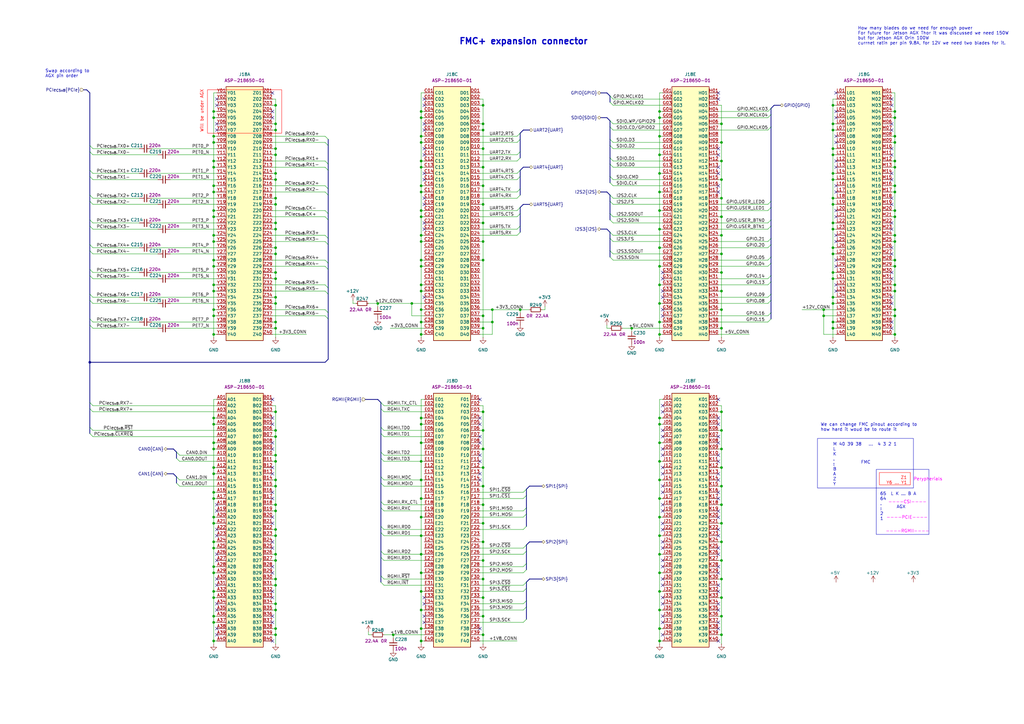
<source format=kicad_sch>
(kicad_sch (version 20250114) (generator "eeschema") (generator_version "9.0")
  (paper "A3")
  (title_block (title "Jetson AGX Thor Baseboard") (date "2025-08-11") (rev "1.0.0") (company "Antmicro Ltd") (comment 1 "www.antmicro.com"))
  (rectangle (start 85.09 36.83) (end 115.57 54.61) (stroke (width 0) (color 255 0 0 1)))
  (rectangle (start 359.41 192.532) (end 381 219.202))
  (rectangle (start 360.68 193.802) (end 373.38 198.882) (stroke (width 0) (color 255 0 0 1)))
  (rectangle (start 335.28 179.832) (end 374.65 200.152))
  (text "Will be under AGX" (at 82.804 54.356 90) (effects (font (size 1.27 1.27)) (justify left)))
  (text "----PCIE----" (at 363.474 212.344 0) (effects (font (size 1.27 1.27)) (justify left)))
  (text "AGX" (at 369.57 208.026 0) (effects (font (size 1.27 1.27))))
  (text "65  L K ... B A\n64\n.\n:\n2\n1" (at 360.934 207.772 0) (effects (font (size 1.27 1.27)) (justify left)))
  (text "FMC" (at 355.092 189.738 0) (effects (font (size 1.27 1.27))))
  (text "----RGMII----" (at 363.22 217.932 0) (effects (font (size 1.27 1.27)) (justify left)))
  (text "      Z1\nY6 ... Y1" (at 367.792 197.104 0) (effects (font (size 1.27 1.27))))
  (text "FMC+ expansion connector" (at 188.214 18.542 0) (effects (font (size 2.54 2.54) (thickness 0.508) (bold yes)) (justify left bottom)))
  (text "We can change FMC pinout according to\nhow hard it woud be to route it " (at 336.55 175.26 0) (effects (font (size 1.27 1.27)) (justify left)))
  (text "How many blades do we need for enough power\nFor future for Jetson AGX Thor it was discussed we need 150W\nbut for Jetson AGX Orin 100W\ncurrnet ratin per pin 9.8A, for 12V we need two blades for it.\n" (at 351.79 14.732 0) (effects (font (size 1.27 1.27)) (justify left)))
  (text "Perypherials" (at 374.65 196.596 0) (effects (font (size 1.27 1.27)) (justify left)))
  (text "----CSI----" (at 364.236 205.994 0) (effects (font (size 1.27 1.27)) (justify left)))
  (text "Swap according to\nAGX pin order" (at 18.542 30.226 0) (effects (font (size 1.27 1.27)) (justify left)))
  (text "M 40 39 38   ...  4 3 2 1\nL\nK\n.\n:\nB\nA\nZ\nY" (at 341.63 190.5 0) (effects (font (size 1.27 1.27)) (justify left)))
  (junction (at 367.03 76.2))
  (junction (at 198.12 76.2))
  (junction (at 113.03 134.62))
  (junction (at 295.91 81.28))
  (junction (at 295.91 176.53))
  (junction (at 87.63 116.84))
  (junction (at 367.03 78.74))
  (junction (at 270.51 71.12))
  (junction (at 198.12 43.18))
  (junction (at 87.63 222.25))
  (junction (at 172.72 181.61))
  (junction (at 341.63 91.44))
  (junction (at 295.91 222.25))
  (junction (at 87.63 212.09))
  (junction (at 113.03 81.28))
  (junction (at 172.72 212.09))
  (junction (at 295.91 237.49))
  (junction (at 87.63 48.26))
  (junction (at 87.63 262.89))
  (junction (at 87.63 234.95))
  (junction (at 270.51 109.22))
  (junction (at 172.72 99.06))
  (junction (at 367.03 127))
  (junction (at 270.51 262.89))
  (junction (at 113.03 176.53))
  (junction (at 172.72 76.2))
  (junction (at 295.91 111.76))
  (junction (at 113.03 53.34))
  (junction (at 113.03 121.92))
  (junction (at 198.12 222.25))
  (junction (at 87.63 45.72))
  (junction (at 270.51 55.88))
  (junction (at 270.51 257.81))
  (junction (at 367.03 66.04))
  (junction (at 367.03 116.84))
  (junction (at 113.03 114.3))
  (junction (at 113.03 168.91))
  (junction (at 341.63 121.92))
  (junction (at 113.03 111.76))
  (junction (at 367.03 45.72))
  (junction (at 367.03 58.42))
  (junction (at 172.72 48.26))
  (junction (at 341.63 50.8))
  (junction (at 295.91 73.66))
  (junction (at 113.03 132.08))
  (junction (at 172.72 119.38))
  (junction (at 87.63 224.79))
  (junction (at 87.63 201.93))
  (junction (at 295.91 245.11))
  (junction (at 270.51 196.85))
  (junction (at 270.51 219.71))
  (junction (at 270.51 124.46))
  (junction (at 87.63 242.57))
  (junction (at 295.91 260.35))
  (junction (at 172.72 242.57))
  (junction (at 113.03 229.87))
  (junction (at 295.91 66.04))
  (junction (at 36.83 148.59))
  (junction (at 87.63 86.36))
  (junction (at 341.63 63.5))
  (junction (at 367.03 99.06))
  (junction (at 172.72 173.99))
  (junction (at 113.03 260.35))
  (junction (at 270.51 63.5))
  (junction (at 270.51 86.36))
  (junction (at 87.63 58.42))
  (junction (at 87.63 245.11))
  (junction (at 295.91 127))
  (junction (at 198.12 129.54))
  (junction (at 295.91 184.15))
  (junction (at 172.72 96.52))
  (junction (at 270.51 173.99))
  (junction (at 172.72 189.23))
  (junction (at 198.12 191.77))
  (junction (at 87.63 232.41))
  (junction (at 172.72 137.16))
  (junction (at 113.03 104.14))
  (junction (at 198.12 229.87))
  (junction (at 367.03 119.38))
  (junction (at 198.12 214.63))
  (junction (at 172.72 234.95))
  (junction (at 270.51 234.95))
  (junction (at 87.63 96.52))
  (junction (at 87.63 88.9))
  (junction (at 341.63 73.66))
  (junction (at 113.03 199.39))
  (junction (at 172.72 86.36))
  (junction (at 161.29 260.35))
  (junction (at 198.12 260.35))
  (junction (at 367.03 48.26))
  (junction (at 198.12 68.58))
  (junction (at 172.72 250.19))
  (junction (at 113.03 83.82))
  (junction (at 172.72 262.89))
  (junction (at 341.63 111.76))
  (junction (at 113.03 71.12))
  (junction (at 367.03 68.58))
  (junction (at 337.82 127))
  (junction (at 270.51 250.19))
  (junction (at 295.91 134.62))
  (junction (at 113.03 179.07))
  (junction (at 341.63 114.3))
  (junction (at 87.63 109.22))
  (junction (at 87.63 78.74))
  (junction (at 295.91 214.63))
  (junction (at 87.63 137.16))
  (junction (at 87.63 119.38))
  (junction (at 87.63 214.63))
  (junction (at 367.03 55.88))
  (junction (at 198.12 245.11))
  (junction (at 270.51 93.98))
  (junction (at 270.51 48.26))
  (junction (at 341.63 43.18))
  (junction (at 87.63 252.73))
  (junction (at 337.82 129.54))
  (junction (at 270.51 137.16))
  (junction (at 87.63 129.54))
  (junction (at 172.72 58.42))
  (junction (at 172.72 227.33))
  (junction (at 168.91 124.46))
  (junction (at 201.93 127))
  (junction (at 172.72 55.88))
  (junction (at 295.91 88.9))
  (junction (at 341.63 53.34))
  (junction (at 113.03 247.65))
  (junction (at 259.08 134.62))
  (junction (at 367.03 129.54))
  (junction (at 154.94 124.46))
  (junction (at 198.12 91.44))
  (junction (at 87.63 191.77))
  (junction (at 367.03 137.16))
  (junction (at 113.03 63.5))
  (junction (at 113.03 73.66))
  (junction (at 367.03 86.36))
  (junction (at 341.63 71.12))
  (junction (at 87.63 127))
  (junction (at 198.12 237.49))
  (junction (at 367.03 106.68))
  (junction (at 113.03 189.23))
  (junction (at 87.63 255.27))
  (junction (at 113.03 237.49))
  (junction (at 198.12 53.34))
  (junction (at 87.63 184.15))
  (junction (at 87.63 173.99))
  (junction (at 295.91 168.91))
  (junction (at 295.91 96.52))
  (junction (at 113.03 209.55))
  (junction (at 113.03 219.71))
  (junction (at 270.51 171.45))
  (junction (at 295.91 119.38))
  (junction (at 172.72 109.22))
  (junction (at 198.12 99.06))
  (junction (at 270.51 212.09))
  (junction (at 295.91 50.8))
  (junction (at 341.63 83.82))
  (junction (at 87.63 194.31))
  (junction (at 198.12 106.68))
  (junction (at 367.03 96.52))
  (junction (at 341.63 60.96))
  (junction (at 270.51 116.84))
  (junction (at 172.72 45.72))
  (junction (at 87.63 99.06))
  (junction (at 172.72 196.85))
  (junction (at 270.51 78.74))
  (junction (at 295.91 229.87))
  (junction (at 295.91 104.14))
  (junction (at 201.93 132.08))
  (junction (at 87.63 68.58))
  (junction (at 341.63 81.28))
  (junction (at 198.12 184.15))
  (junction (at 87.63 76.2))
  (junction (at 87.63 66.04))
  (junction (at 341.63 134.62))
  (junction (at 213.36 127))
  (junction (at 270.51 45.72))
  (junction (at 341.63 124.46))
  (junction (at 113.03 101.6))
  (junction (at 113.03 60.96))
  (junction (at 198.12 168.91))
  (junction (at 172.72 132.08))
  (junction (at 172.72 68.58))
  (junction (at 113.03 124.46))
  (junction (at 87.63 171.45))
  (junction (at 87.63 181.61))
  (junction (at 172.72 219.71))
  (junction (at 113.03 93.98))
  (junction (at 341.63 93.98))
  (junction (at 270.51 189.23))
  (junction (at 270.51 101.6))
  (junction (at 113.03 91.44))
  (junction (at 172.72 204.47))
  (junction (at 341.63 101.6))
  (junction (at 172.72 106.68))
  (junction (at 270.51 132.08))
  (junction (at 172.72 127))
  (junction (at 367.03 109.22))
  (junction (at 198.12 83.82))
  (junction (at 198.12 50.8))
  (junction (at 295.91 58.42))
  (junction (at 87.63 204.47))
  (junction (at 295.91 191.77))
  (junction (at 172.72 257.81))
  (junction (at 113.03 217.17))
  (junction (at 172.72 78.74))
  (junction (at 270.51 181.61))
  (junction (at 270.51 204.47))
  (junction (at 113.03 50.8))
  (junction (at 113.03 196.85))
  (junction (at 87.63 106.68))
  (junction (at 198.12 176.53))
  (junction (at 113.03 250.19))
  (junction (at 341.63 104.14))
  (junction (at 113.03 186.69))
  (junction (at 198.12 252.73))
  (junction (at 270.51 227.33))
  (junction (at 295.91 199.39))
  (junction (at 341.63 132.08))
  (junction (at 113.03 207.01))
  (junction (at 172.72 88.9))
  (junction (at 367.03 88.9))
  (junction (at 172.72 171.45))
  (junction (at 198.12 60.96))
  (junction (at 113.03 43.18))
  (junction (at 198.12 207.01))
  (junction (at 113.03 240.03))
  (junction (at 113.03 227.33))
  (junction (at 198.12 199.39))
  (junction (at 172.72 66.04))
  (junction (at 198.12 134.62))
  (junction (at 270.51 242.57))
  (junction (at 113.03 257.81))
  (junction (at 295.91 252.73))
  (junction (at 172.72 116.84))
  (junction (at 295.91 207.01))
  (junction (at 87.63 55.88))
  (no_connect (at 111.76 171.45))
  (no_connect (at 294.64 189.23))
  (no_connect (at 196.85 189.23))
  (no_connect (at 111.76 181.61))
  (no_connect (at 365.76 104.14))
  (no_connect (at 111.76 252.73))
  (no_connect (at 88.9 209.55))
  (no_connect (at 365.76 132.08))
  (no_connect (at 88.9 207.01))
  (no_connect (at 294.64 68.58))
  (no_connect (at 294.64 247.65))
  (no_connect (at 294.64 196.85))
  (no_connect (at 365.76 73.66))
  (no_connect (at 365.76 114.3))
  (no_connect (at 271.78 201.93))
  (no_connect (at 271.78 168.91))
  (no_connect (at 365.76 93.98))
  (no_connect (at 196.85 179.07))
  (no_connect (at 294.64 234.95))
  (no_connect (at 342.9 109.22))
  (no_connect (at 173.99 71.12))
  (no_connect (at 294.64 227.33))
  (no_connect (at 173.99 247.65))
  (no_connect (at 342.9 99.06))
  (no_connect (at 88.9 217.17))
  (no_connect (at 365.76 40.64))
  (no_connect (at 294.64 71.12))
  (no_connect (at 365.76 81.28))
  (no_connect (at 294.64 250.19))
  (no_connect (at 294.64 186.69))
  (no_connect (at 365.76 53.34))
  (no_connect (at 365.76 83.82))
  (no_connect (at 111.76 204.47))
  (no_connect (at 294.64 171.45))
  (no_connect (at 365.76 71.12))
  (no_connect (at 294.64 257.81))
  (no_connect (at 294.64 76.2))
  (no_connect (at 294.64 240.03))
  (no_connect (at 173.99 53.34))
  (no_connect (at 196.85 194.31))
  (no_connect (at 111.76 232.41))
  (no_connect (at 196.85 173.99))
  (no_connect (at 271.78 224.79))
  (no_connect (at 111.76 262.89))
  (no_connect (at 342.9 76.2))
  (no_connect (at 173.99 60.96))
  (no_connect (at 271.78 260.35))
  (no_connect (at 111.76 191.77))
  (no_connect (at 173.99 83.82))
  (no_connect (at 294.64 40.64))
  (no_connect (at 294.64 232.41))
  (no_connect (at 271.78 121.92))
  (no_connect (at 196.85 181.61))
  (no_connect (at 173.99 50.8))
  (no_connect (at 294.64 163.83))
  (no_connect (at 88.9 257.81))
  (no_connect (at 342.9 66.04))
  (no_connect (at 365.76 63.5))
  (no_connect (at 111.76 163.83))
  (no_connect (at 111.76 234.95))
  (no_connect (at 271.78 179.07))
  (no_connect (at 88.9 237.49))
  (no_connect (at 271.78 207.01))
  (no_connect (at 342.9 96.52))
  (no_connect (at 271.78 186.69))
  (no_connect (at 173.99 81.28))
  (no_connect (at 271.78 214.7294))
  (no_connect (at 111.76 48.26))
  (no_connect (at 294.64 201.93))
  (no_connect (at 365.76 111.76))
  (no_connect (at 294.64 181.61))
  (no_connect (at 88.9 53.34))
  (no_connect (at 294.64 78.74))
  (no_connect (at 196.85 186.69))
  (no_connect (at 173.99 252.73))
  (no_connect (at 111.76 242.57))
  (no_connect (at 342.9 86.36))
  (no_connect (at 271.78 209.55))
  (no_connect (at 271.78 232.41))
  (no_connect (at 271.78 245.11))
  (no_connect (at 111.76 38.1))
  (no_connect (at 271.78 166.37))
  (no_connect (at 294.64 179.07))
  (no_connect (at 88.9 40.64))
  (no_connect (at 271.78 222.25))
  (no_connect (at 196.85 257.81))
  (no_connect (at 196.85 171.45))
  (no_connect (at 173.99 255.27))
  (no_connect (at 271.78 127))
  (no_connect (at 271.78 191.77))
  (no_connect (at 342.9 48.26))
  (no_connect (at 173.99 40.64))
  (no_connect (at 294.64 63.5))
  (no_connect (at 88.9 219.71))
  (no_connect (at 365.76 60.96))
  (no_connect (at 271.78 114.3))
  (no_connect (at 88.9 50.8))
  (no_connect (at 365.76 124.46))
  (no_connect (at 342.9 106.68))
  (no_connect (at 111.76 245.11))
  (no_connect (at 271.78 194.31))
  (no_connect (at 342.9 45.72))
  (no_connect (at 271.78 199.39))
  (no_connect (at 294.64 173.99))
  (no_connect (at 271.78 240.03))
  (no_connect (at 111.76 214.63))
  (no_connect (at 365.76 50.8))
  (no_connect (at 88.9 247.65))
  (no_connect (at 271.78 237.49))
  (no_connect (at 173.99 93.98))
  (no_connect (at 365.76 43.18))
  (no_connect (at 111.76 194.31))
  (no_connect (at 196.85 196.85))
  (no_connect (at 196.85 163.83))
  (no_connect (at 271.78 255.27))
  (no_connect (at 294.64 194.31))
  (no_connect (at 294.64 262.89))
  (no_connect (at 342.9 58.42))
  (no_connect (at 111.76 255.27))
  (no_connect (at 294.64 255.27))
  (no_connect (at 88.9 227.33))
  (no_connect (at 342.9 119.38))
  (no_connect (at 294.64 60.96))
  (no_connect (at 365.76 101.6))
  (no_connect (at 173.99 43.18))
  (no_connect (at 271.78 247.65))
  (no_connect (at 271.78 252.73))
  (no_connect (at 294.64 219.71))
  (no_connect (at 173.99 73.66))
  (no_connect (at 111.76 224.79))
  (no_connect (at 88.9 240.03))
  (no_connect (at 88.9 260.35))
  (no_connect (at 271.78 229.87))
  (no_connect (at 173.99 245.11))
  (no_connect (at 111.76 201.93))
  (no_connect (at 342.9 55.88))
  (no_connect (at 111.76 173.99))
  (no_connect (at 271.78 217.2694))
  (no_connect (at 111.76 222.25))
  (no_connect (at 111.76 184.15))
  (no_connect (at 88.9 43.18))
  (no_connect (at 271.78 111.76))
  (no_connect (at 342.9 78.74))
  (no_connect (at 173.99 91.44))
  (no_connect (at 111.76 45.72))
  (no_connect (at 342.9 68.58))
  (no_connect (at 294.64 217.17))
  (no_connect (at 294.64 38.1))
  (no_connect (at 173.99 121.92))
  (no_connect (at 294.64 209.6494))
  (no_connect (at 88.9 229.87))
  (no_connect (at 173.99 63.5))
  (no_connect (at 342.9 88.9))
  (no_connect (at 294.64 224.79))
  (no_connect (at 342.9 38.1))
  (no_connect (at 111.76 212.09))
  (no_connect (at 271.78 129.54))
  (no_connect (at 365.76 91.44))
  (no_connect (at 271.78 119.38))
  (no_connect (at 342.9 116.84))
  (no_connect (at 88.9 250.19))
  (no_connect (at 294.64 204.47))
  (no_connect (at 365.76 134.62))
  (no_connect (at 365.76 121.92))
  (no_connect (at 271.78 176.53))
  (no_connect (at 294.64 212.1894))
  (no_connect (at 271.78 184.15))
  (no_connect (at 294.64 242.57))
  (bus_entry (at 250.19 74.93) (size 1.27 1.27))
  (bus_entry (at 36.83 72.39) (size 1.27 1.27))
  (bus_entry (at 134.62 57.15) (size -1.27 -1.27))
  (bus_entry (at 213.36 80.01) (size -1.27 1.27))
  (bus_entry (at 215.9 215.9) (size -1.27 1.27))
  (bus_entry (at 316.23 82.55) (size -1.27 1.27))
  (bus_entry (at 36.83 175.26) (size 1.27 1.27))
  (bus_entry (at 250.19 102.87) (size 1.27 1.27))
  (bus_entry (at 213.36 69.85) (size -1.27 1.27))
  (bus_entry (at 316.23 113.03) (size -1.27 1.27))
  (bus_entry (at 36.83 59.69) (size 1.27 1.27))
  (bus_entry (at 215.9 223.52) (size -1.27 1.27))
  (bus_entry (at 36.83 110.49) (size 1.27 1.27))
  (bus_entry (at 134.62 59.69) (size -1.27 -1.27))
  (bus_entry (at 156.21 177.8) (size 1.27 1.27))
  (bus_entry (at 156.21 215.9) (size 1.27 1.27))
  (bus_entry (at 72.39 198.12) (size 1.27 1.27))
  (bus_entry (at 36.83 165.1) (size 1.27 1.27))
  (bus_entry (at 250.19 49.53) (size 1.27 1.27))
  (bus_entry (at 250.19 95.25) (size 1.27 1.27))
  (bus_entry (at 250.19 64.77) (size 1.27 1.27))
  (bus_entry (at 316.23 120.65) (size -1.27 1.27))
  (bus_entry (at 250.19 52.07) (size 1.27 1.27))
  (bus_entry (at 250.19 57.15) (size 1.27 1.27))
  (bus_entry (at 72.39 187.96) (size 1.27 1.27))
  (bus_entry (at 213.36 87.63) (size -1.27 1.27))
  (bus_entry (at 316.23 107.95) (size -1.27 1.27))
  (bus_entry (at 215.9 233.68) (size -1.27 1.27))
  (bus_entry (at 134.62 120.65) (size -1.27 -1.27))
  (bus_entry (at 316.23 85.09) (size -1.27 1.27))
  (bus_entry (at 36.83 113.03) (size 1.27 1.27))
  (bus_entry (at 156.21 195.58) (size 1.27 1.27))
  (bus_entry (at 134.62 80.01) (size -1.27 -1.27))
  (bus_entry (at 36.83 80.01) (size 1.27 1.27))
  (bus_entry (at 316.23 128.27) (size -1.27 1.27))
  (bus_entry (at 134.62 67.31) (size -1.27 -1.27))
  (bus_entry (at 36.83 69.85) (size 1.27 1.27))
  (bus_entry (at 316.23 115.57) (size -1.27 1.27))
  (bus_entry (at 250.19 82.55) (size 1.27 1.27))
  (bus_entry (at 250.19 72.39) (size 1.27 1.27))
  (bus_entry (at 316.23 105.41) (size -1.27 1.27))
  (bus_entry (at 250.19 87.63) (size 1.27 1.27))
  (bus_entry (at 250.19 80.01) (size 1.27 1.27))
  (bus_entry (at 215.9 203.2) (size -1.27 1.27))
  (bus_entry (at 156.21 238.76) (size 1.27 1.27))
  (bus_entry (at 156.21 205.74) (size 1.27 1.27))
  (bus_entry (at 134.62 69.85) (size -1.27 -1.27))
  (bus_entry (at 316.23 97.79) (size -1.27 1.27))
  (bus_entry (at 36.83 167.64) (size 1.27 1.27))
  (bus_entry (at 156.21 198.12) (size 1.27 1.27))
  (bus_entry (at 213.36 62.23) (size -1.27 1.27))
  (bus_entry (at 36.83 90.17) (size 1.27 1.27))
  (bus_entry (at 156.21 208.28) (size 1.27 1.27))
  (bus_entry (at 134.62 87.63) (size -1.27 -1.27))
  (bus_entry (at 156.21 175.26) (size 1.27 1.27))
  (bus_entry (at 215.9 248.92) (size -1.27 1.27))
  (bus_entry (at 36.83 130.81) (size 1.27 1.27))
  (bus_entry (at 250.19 90.17) (size 1.27 1.27))
  (bus_entry (at 316.23 90.17) (size -1.27 1.27))
  (bus_entry (at 213.36 64.77) (size -1.27 1.27))
  (bus_entry (at 213.36 72.39) (size -1.27 1.27))
  (bus_entry (at 156.21 167.64) (size 1.27 1.27))
  (bus_entry (at 316.23 46.99) (size -1.27 1.27))
  (bus_entry (at 36.83 82.55) (size 1.27 1.27))
  (bus_entry (at 156.21 226.06) (size 1.27 1.27))
  (bus_entry (at 215.9 208.28) (size -1.27 1.27))
  (bus_entry (at 36.83 92.71) (size 1.27 1.27))
  (bus_entry (at 134.62 110.49) (size -1.27 -1.27))
  (bus_entry (at 36.83 123.19) (size 1.27 1.27))
  (bus_entry (at 316.23 92.71) (size -1.27 1.27))
  (bus_entry (at 213.36 92.71) (size -1.27 1.27))
  (bus_entry (at 250.19 39.37) (size 1.27 1.27))
  (bus_entry (at 215.9 238.76) (size -1.27 1.27))
  (bus_entry (at 215.9 246.38) (size -1.27 1.27))
  (bus_entry (at 156.21 187.96) (size 1.27 1.27))
  (bus_entry (at 36.83 133.35) (size 1.27 1.27))
  (bus_entry (at 134.62 90.17) (size -1.27 -1.27))
  (bus_entry (at 134.62 100.33) (size -1.27 -1.27))
  (bus_entry (at 316.23 130.81) (size -1.27 1.27))
  (bus_entry (at 156.21 185.42) (size 1.27 1.27))
  (bus_entry (at 213.36 57.15) (size -1.27 1.27))
  (bus_entry (at 156.21 228.6) (size 1.27 1.27))
  (bus_entry (at 215.9 200.66) (size -1.27 1.27))
  (bus_entry (at 213.36 95.25) (size -1.27 1.27))
  (bus_entry (at 72.39 185.42) (size 1.27 1.27))
  (bus_entry (at 156.21 218.44) (size 1.27 1.27))
  (bus_entry (at 134.62 130.81) (size -1.27 -1.27))
  (bus_entry (at 316.23 123.19) (size -1.27 1.27))
  (bus_entry (at 134.62 77.47) (size -1.27 -1.27))
  (bus_entry (at 134.62 118.11) (size -1.27 -1.27))
  (bus_entry (at 250.19 105.41) (size 1.27 1.27))
  (bus_entry (at 316.23 44.45) (size -1.27 1.27))
  (bus_entry (at 36.83 177.8) (size 1.27 1.27))
  (bus_entry (at 215.9 231.14) (size -1.27 1.27))
  (bus_entry (at 213.36 85.09) (size -1.27 1.27))
  (bus_entry (at 215.9 254) (size -1.27 1.27))
  (bus_entry (at 215.9 241.3) (size -1.27 1.27))
  (bus_entry (at 36.83 62.23) (size 1.27 1.27))
  (bus_entry (at 213.36 54.61) (size -1.27 1.27))
  (bus_entry (at 213.36 77.47) (size -1.27 1.27))
  (bus_entry (at 316.23 100.33) (size -1.27 1.27))
  (bus_entry (at 250.19 97.79) (size 1.27 1.27))
  (bus_entry (at 134.62 97.79) (size -1.27 -1.27))
  (bus_entry (at 156.21 236.22) (size 1.27 1.27))
  (bus_entry (at 36.83 120.65) (size 1.27 1.27))
  (bus_entry (at 316.23 52.07) (size -1.27 1.27))
  (bus_entry (at 215.9 210.82) (size -1.27 1.27))
  (bus_entry (at 134.62 107.95) (size -1.27 -1.27))
  (bus_entry (at 72.39 195.58) (size 1.27 1.27))
  (bus_entry (at 134.62 128.27) (size -1.27 -1.27))
  (bus_entry (at 36.83 100.33) (size 1.27 1.27))
  (bus_entry (at 215.9 226.06) (size -1.27 1.27))
  (bus_entry (at 156.21 165.1) (size 1.27 1.27))
  (bus_entry (at 250.19 41.91) (size 1.27 1.27))
  (bus_entry (at 250.19 59.69) (size 1.27 1.27))
  (bus_entry (at 36.83 102.87) (size 1.27 1.27))
  (bus_entry (at 250.19 67.31) (size 1.27 1.27))
  (wire (pts (xy 341.63 43.18) (xy 341.63 50.8)))
  (bus (pts (xy 246.38 93.98) (xy 248.92 93.98)))
  (wire (pts (xy 62.23 101.6) (xy 88.9 101.6)))
  (wire (pts (xy 295.91 43.18) (xy 294.64 43.18)))
  (wire (pts (xy 341.63 71.12) (xy 341.63 73.66)))
  (wire (pts (xy 214.63 201.93) (xy 196.85 201.93)))
  (wire (pts (xy 270.51 124.46) (xy 270.51 132.08)))
  (wire (pts (xy 365.76 68.58) (xy 367.03 68.58)))
  (wire (pts (xy 270.51 132.08) (xy 270.51 137.16)))
  (wire (pts (xy 88.9 194.31) (xy 87.63 194.31)))
  (wire (pts (xy 295.91 73.66) (xy 295.91 81.28)))
  (wire (pts (xy 172.72 116.84) (xy 172.72 119.38)))
  (bus (pts (xy 213.36 87.63) (xy 213.36 92.71)))
  (wire (pts (xy 69.85 104.14) (xy 88.9 104.14)))
  (wire (pts (xy 295.91 222.25) (xy 294.64 222.25)))
  (wire (pts (xy 196.85 214.63) (xy 198.12 214.63)))
  (wire (pts (xy 111.76 106.68) (xy 133.35 106.68)))
  (wire (pts (xy 251.46 73.66) (xy 271.78 73.66)))
  (wire (pts (xy 173.99 99.06) (xy 172.72 99.06)))
  (wire (pts (xy 251.46 81.28) (xy 271.78 81.28)))
  (wire (pts (xy 113.03 227.33) (xy 113.03 229.87)))
  (wire (pts (xy 172.72 219.71) (xy 157.48 219.71)))
  (wire (pts (xy 198.12 83.82) (xy 198.12 91.44)))
  (wire (pts (xy 87.63 109.22) (xy 87.63 116.84)))
  (bus (pts (xy 213.36 57.15) (xy 213.36 62.23)))
  (bus (pts (xy 250.19 95.25) (xy 250.19 97.79)))
  (bus (pts (xy 134.62 57.15) (xy 134.62 59.69)))
  (wire (pts (xy 196.85 132.08) (xy 201.93 132.08)))
  (bus (pts (xy 316.23 92.71) (xy 316.23 97.79)))
  (wire (pts (xy 111.76 104.14) (xy 113.03 104.14)))
  (wire (pts (xy 111.76 116.84) (xy 133.35 116.84)))
  (wire (pts (xy 341.63 60.96) (xy 341.63 63.5)))
  (wire (pts (xy 270.51 71.12) (xy 270.51 78.74)))
  (wire (pts (xy 172.72 45.72) (xy 172.72 48.26)))
  (wire (pts (xy 294.64 45.72) (xy 314.96 45.72)))
  (wire (pts (xy 341.63 91.44) (xy 341.63 93.98)))
  (wire (pts (xy 314.96 116.84) (xy 294.64 116.84)))
  (wire (pts (xy 198.12 245.11) (xy 196.85 245.11)))
  (wire (pts (xy 88.9 68.58) (xy 87.63 68.58)))
  (wire (pts (xy 294.64 88.9) (xy 295.91 88.9)))
  (wire (pts (xy 196.85 66.04) (xy 212.09 66.04)))
  (wire (pts (xy 173.99 38.1) (xy 172.72 38.1)))
  (wire (pts (xy 342.9 83.82) (xy 341.63 83.82)))
  (wire (pts (xy 196.85 81.28) (xy 212.09 81.28)))
  (wire (pts (xy 270.51 196.85) (xy 271.78 196.85)))
  (wire (pts (xy 62.23 121.92) (xy 88.9 121.92)))
  (wire (pts (xy 113.03 207.01) (xy 113.03 209.55)))
  (wire (pts (xy 111.76 196.85) (xy 113.03 196.85)))
  (bus (pts (xy 213.36 92.71) (xy 213.36 95.25)))
  (wire (pts (xy 314.96 129.54) (xy 294.64 129.54)))
  (wire (pts (xy 365.76 55.88) (xy 367.03 55.88)))
  (bus (pts (xy 217.17 83.82) (xy 214.63 83.82)))
  (wire (pts (xy 198.12 91.44) (xy 198.12 99.06)))
  (bus (pts (xy 36.83 90.17) (xy 36.83 92.71)))
  (wire (pts (xy 270.51 78.74) (xy 270.51 86.36)))
  (wire (pts (xy 113.03 196.85) (xy 113.03 199.39)))
  (wire (pts (xy 172.72 189.23) (xy 173.99 189.23)))
  (bus (pts (xy 36.83 100.33) (xy 36.83 102.87)))
  (wire (pts (xy 259.08 134.62) (xy 271.78 134.62)))
  (wire (pts (xy 294.64 48.26) (xy 314.96 48.26)))
  (wire (pts (xy 196.85 58.42) (xy 212.09 58.42)))
  (wire (pts (xy 367.03 109.22) (xy 367.03 116.84)))
  (wire (pts (xy 161.29 260.35) (xy 173.99 260.35)))
  (wire (pts (xy 73.66 199.39) (xy 88.9 199.39)))
  (wire (pts (xy 172.72 196.85) (xy 172.72 204.47)))
  (wire (pts (xy 295.91 96.52) (xy 294.64 96.52)))
  (wire (pts (xy 196.85 83.82) (xy 198.12 83.82)))
  (wire (pts (xy 172.72 38.1) (xy 172.72 45.72)))
  (wire (pts (xy 172.72 68.58) (xy 172.72 76.2)))
  (wire (pts (xy 88.9 242.57) (xy 87.63 242.57)))
  (wire (pts (xy 172.72 204.47) (xy 173.99 204.47)))
  (wire (pts (xy 198.12 207.01) (xy 198.12 214.63)))
  (wire (pts (xy 157.48 186.69) (xy 173.99 186.69)))
  (wire (pts (xy 367.03 88.9) (xy 367.03 96.52)))
  (bus (pts (xy 250.19 64.77) (xy 250.19 67.31)))
  (wire (pts (xy 87.63 48.26) (xy 87.63 55.88)))
  (wire (pts (xy 113.03 53.34) (xy 113.03 60.96)))
  (wire (pts (xy 88.9 201.93) (xy 87.63 201.93)))
  (wire (pts (xy 196.85 88.9) (xy 212.09 88.9)))
  (wire (pts (xy 88.9 119.38) (xy 87.63 119.38)))
  (wire (pts (xy 173.99 106.68) (xy 172.72 106.68)))
  (bus (pts (xy 156.21 187.96) (xy 156.21 195.58)))
  (wire (pts (xy 251.46 83.82) (xy 271.78 83.82)))
  (wire (pts (xy 113.03 124.46) (xy 113.03 132.08)))
  (wire (pts (xy 87.63 127) (xy 87.63 129.54)))
  (bus (pts (xy 213.36 54.61) (xy 213.36 57.15)))
  (wire (pts (xy 198.12 237.49) (xy 198.12 245.11)))
  (wire (pts (xy 125.73 137.16) (xy 111.76 137.16)))
  (wire (pts (xy 111.76 66.04) (xy 133.35 66.04)))
  (wire (pts (xy 270.51 71.12) (xy 271.78 71.12)))
  (bus (pts (xy 134.62 118.11) (xy 134.62 120.65)))
  (wire (pts (xy 111.76 101.6) (xy 113.03 101.6)))
  (wire (pts (xy 113.03 219.71) (xy 113.03 227.33)))
  (wire (pts (xy 251.46 53.34) (xy 271.78 53.34)))
  (wire (pts (xy 196.85 50.8) (xy 198.12 50.8)))
  (wire (pts (xy 196.85 134.62) (xy 198.12 134.62)))
  (wire (pts (xy 198.12 222.25) (xy 198.12 229.87)))
  (wire (pts (xy 198.12 237.49) (xy 196.85 237.49)))
  (wire (pts (xy 367.03 86.36) (xy 367.03 88.9)))
  (wire (pts (xy 88.9 127) (xy 87.63 127)))
  (wire (pts (xy 88.9 96.52) (xy 87.63 96.52)))
  (wire (pts (xy 198.12 53.34) (xy 198.12 60.96)))
  (wire (pts (xy 87.63 38.1) (xy 87.63 45.72)))
  (bus (pts (xy 36.83 120.65) (xy 36.83 123.19)))
  (wire (pts (xy 198.12 191.77) (xy 196.85 191.77)))
  (wire (pts (xy 173.99 237.49) (xy 157.48 237.49)))
  (bus (pts (xy 134.62 80.01) (xy 134.62 87.63)))
  (wire (pts (xy 196.85 106.68) (xy 198.12 106.68)))
  (bus (pts (xy 316.23 52.07) (xy 316.23 82.55)))
  (wire (pts (xy 172.72 48.26) (xy 172.72 55.88)))
  (bus (pts (xy 36.83 59.69) (xy 36.83 62.23)))
  (bus (pts (xy 215.9 200.66) (xy 215.9 203.2)))
  (wire (pts (xy 198.12 166.37) (xy 196.85 166.37)))
  (wire (pts (xy 198.12 168.91) (xy 196.85 168.91)))
  (bus (pts (xy 36.83 110.49) (xy 36.83 113.03)))
  (bus (pts (xy 71.12 194.31) (xy 72.39 195.58)))
  (wire (pts (xy 113.03 71.12) (xy 113.03 73.66)))
  (wire (pts (xy 294.64 214.63) (xy 295.91 214.63)))
  (wire (pts (xy 38.1 83.82) (xy 64.77 83.82)))
  (bus (pts (xy 36.83 165.1) (xy 36.83 167.64)))
  (bus (pts (xy 35.56 36.83) (xy 36.83 38.1)))
  (wire (pts (xy 367.03 76.2) (xy 367.03 78.74)))
  (wire (pts (xy 295.91 96.52) (xy 295.91 104.14)))
  (wire (pts (xy 198.12 50.8) (xy 198.12 53.34)))
  (wire (pts (xy 172.72 163.83) (xy 172.72 171.45)))
  (wire (pts (xy 251.46 68.58) (xy 271.78 68.58)))
  (wire (pts (xy 87.63 242.57) (xy 87.63 245.11)))
  (wire (pts (xy 111.76 50.8) (xy 113.03 50.8)))
  (bus (pts (xy 36.83 80.01) (xy 36.83 82.55)))
  (wire (pts (xy 87.63 171.45) (xy 87.63 173.99)))
  (wire (pts (xy 113.03 257.81) (xy 113.03 260.35)))
  (wire (pts (xy 38.1 101.6) (xy 57.15 101.6)))
  (wire (pts (xy 328.93 127) (xy 337.82 127)))
  (wire (pts (xy 157.48 176.53) (xy 173.99 176.53)))
  (wire (pts (xy 295.91 134.62) (xy 295.91 138.43)))
  (wire (pts (xy 113.03 121.92) (xy 113.03 124.46)))
  (wire (pts (xy 341.63 111.76) (xy 341.63 114.3)))
  (wire (pts (xy 341.63 114.3) (xy 341.63 121.92)))
  (bus (pts (xy 316.23 115.57) (xy 316.23 120.65)))
  (wire (pts (xy 160.02 134.62) (xy 173.99 134.62)))
  (wire (pts (xy 341.63 134.62) (xy 342.9 134.62)))
  (wire (pts (xy 295.91 260.35) (xy 295.91 264.16)))
  (wire (pts (xy 214.63 234.95) (xy 196.85 234.95)))
  (wire (pts (xy 173.99 78.74) (xy 172.72 78.74)))
  (wire (pts (xy 172.72 189.23) (xy 172.72 196.85)))
  (wire (pts (xy 73.66 196.85) (xy 88.9 196.85)))
  (wire (pts (xy 172.72 132.08) (xy 172.72 137.16)))
  (wire (pts (xy 113.03 237.49) (xy 113.03 240.03)))
  (wire (pts (xy 314.96 93.98) (xy 294.64 93.98)))
  (wire (pts (xy 314.96 124.46) (xy 294.64 124.46)))
  (bus (pts (xy 316.23 100.33) (xy 316.23 105.41)))
  (wire (pts (xy 271.78 93.98) (xy 270.51 93.98)))
  (bus (pts (xy 213.36 85.09) (xy 213.36 87.63)))
  (bus (pts (xy 215.9 238.76) (xy 215.9 241.3)))
  (wire (pts (xy 113.03 81.28) (xy 113.03 83.82)))
  (wire (pts (xy 88.9 45.72) (xy 87.63 45.72)))
  (wire (pts (xy 111.76 209.55) (xy 113.03 209.55)))
  (wire (pts (xy 198.12 68.58) (xy 198.12 76.2)))
  (wire (pts (xy 196.85 78.74) (xy 212.09 78.74)))
  (wire (pts (xy 157.48 168.91) (xy 173.99 168.91)))
  (wire (pts (xy 151.13 260.35) (xy 151.13 259.08)))
  (wire (pts (xy 69.85 73.66) (xy 88.9 73.66)))
  (wire (pts (xy 87.63 68.58) (xy 87.63 76.2)))
  (wire (pts (xy 62.23 132.08) (xy 88.9 132.08)))
  (wire (pts (xy 222.25 127) (xy 223.52 127)))
  (wire (pts (xy 62.23 91.44) (xy 88.9 91.44)))
  (bus (pts (xy 156.21 185.42) (xy 156.21 187.96)))
  (wire (pts (xy 144.78 123.19) (xy 144.78 124.46)))
  (wire (pts (xy 111.76 78.74) (xy 133.35 78.74)))
  (wire (pts (xy 88.9 86.36) (xy 87.63 86.36)))
  (wire (pts (xy 270.51 116.84) (xy 271.78 116.84)))
  (wire (pts (xy 113.03 260.35) (xy 113.03 264.16)))
  (wire (pts (xy 69.85 124.46) (xy 88.9 124.46)))
  (wire (pts (xy 337.82 129.54) (xy 337.82 127)))
  (wire (pts (xy 367.03 68.58) (xy 367.03 76.2)))
  (wire (pts (xy 88.9 173.99) (xy 87.63 173.99)))
  (bus (pts (xy 320.04 43.18) (xy 317.5 43.18)))
  (wire (pts (xy 367.03 45.72) (xy 367.03 48.26)))
  (wire (pts (xy 271.78 163.83) (xy 270.51 163.83)))
  (wire (pts (xy 196.85 129.54) (xy 198.12 129.54)))
  (bus (pts (xy 246.38 38.1) (xy 248.92 38.1)))
  (wire (pts (xy 196.85 127) (xy 201.93 127)))
  (wire (pts (xy 87.63 255.27) (xy 87.63 262.89)))
  (wire (pts (xy 157.48 260.35) (xy 161.29 260.35)))
  (wire (pts (xy 198.12 134.62) (xy 198.12 138.43)))
  (wire (pts (xy 270.51 93.98) (xy 270.51 101.6)))
  (wire (pts (xy 38.1 81.28) (xy 57.15 81.28)))
  (wire (pts (xy 295.91 214.63) (xy 295.91 222.25)))
  (wire (pts (xy 295.91 191.77) (xy 294.64 191.77)))
  (bus (pts (xy 156.21 215.9) (xy 156.21 218.44)))
  (wire (pts (xy 111.76 68.58) (xy 133.35 68.58)))
  (bus (pts (xy 250.19 49.53) (xy 250.19 52.07)))
  (wire (pts (xy 295.91 104.14) (xy 295.91 111.76)))
  (bus (pts (xy 36.83 92.71) (xy 36.83 100.33)))
  (wire (pts (xy 172.72 173.99) (xy 172.72 181.61)))
  (wire (pts (xy 88.9 129.54) (xy 87.63 129.54)))
  (wire (pts (xy 172.72 88.9) (xy 172.72 96.52)))
  (wire (pts (xy 295.91 229.87) (xy 294.64 229.87)))
  (wire (pts (xy 161.29 260.35) (xy 161.29 261.62)))
  (wire (pts (xy 214.63 217.17) (xy 196.85 217.17)))
  (wire (pts (xy 365.76 48.26) (xy 367.03 48.26)))
  (wire (pts (xy 173.99 219.71) (xy 172.72 219.71)))
  (wire (pts (xy 157.48 179.07) (xy 173.99 179.07)))
  (bus (pts (xy 36.83 167.64) (xy 36.83 175.26)))
  (wire (pts (xy 88.9 212.09) (xy 87.63 212.09)))
  (wire (pts (xy 295.91 50.8) (xy 295.91 58.42)))
  (wire (pts (xy 367.03 38.1) (xy 367.03 45.72)))
  (wire (pts (xy 270.51 163.83) (xy 270.51 171.45)))
  (wire (pts (xy 111.76 176.53) (xy 113.03 176.53)))
  (wire (pts (xy 87.63 45.72) (xy 87.63 48.26)))
  (wire (pts (xy 295.91 58.42) (xy 294.64 58.42)))
  (wire (pts (xy 88.9 232.41) (xy 87.63 232.41)))
  (wire (pts (xy 38.1 168.91) (xy 88.9 168.91)))
  (wire (pts (xy 342.9 121.92) (xy 341.63 121.92)))
  (wire (pts (xy 87.63 66.04) (xy 87.63 68.58)))
  (wire (pts (xy 111.76 96.52) (xy 133.35 96.52)))
  (wire (pts (xy 111.76 119.38) (xy 133.35 119.38)))
  (wire (pts (xy 270.51 212.09) (xy 270.51 219.71)))
  (wire (pts (xy 87.63 214.63) (xy 87.63 222.25)))
  (wire (pts (xy 172.72 106.68) (xy 172.72 109.22)))
  (wire (pts (xy 295.91 111.76) (xy 295.91 119.38)))
  (wire (pts (xy 295.91 66.04) (xy 295.91 73.66)))
  (wire (pts (xy 270.51 242.57) (xy 271.78 242.57)))
  (wire (pts (xy 113.03 104.14) (xy 113.03 111.76)))
  (wire (pts (xy 259.08 134.62) (xy 259.08 135.89)))
  (wire (pts (xy 367.03 137.16) (xy 365.76 137.16)))
  (wire (pts (xy 295.91 166.37) (xy 295.91 168.91)))
  (bus (pts (xy 154.94 163.83) (xy 149.86 163.83)))
  (wire (pts (xy 113.03 179.07) (xy 113.03 186.69)))
  (wire (pts (xy 198.12 229.87) (xy 198.12 237.49)))
  (wire (pts (xy 38.1 73.66) (xy 64.77 73.66)))
  (wire (pts (xy 87.63 116.84) (xy 87.63 119.38)))
  (wire (pts (xy 365.76 88.9) (xy 367.03 88.9)))
  (wire (pts (xy 251.46 96.52) (xy 271.78 96.52)))
  (wire (pts (xy 295.91 81.28) (xy 295.91 88.9)))
  (wire (pts (xy 270.51 45.72) (xy 271.78 45.72)))
  (bus (pts (xy 317.5 43.18) (xy 316.23 44.45)))
  (wire (pts (xy 251.46 76.2) (xy 271.78 76.2)))
  (wire (pts (xy 111.76 229.87) (xy 113.03 229.87)))
  (wire (pts (xy 172.72 242.57) (xy 173.99 242.57)))
  (wire (pts (xy 87.63 204.47) (xy 87.63 212.09)))
  (wire (pts (xy 295.91 237.49) (xy 294.64 237.49)))
  (wire (pts (xy 270.51 78.74) (xy 271.78 78.74)))
  (wire (pts (xy 38.1 132.08) (xy 57.15 132.08)))
  (wire (pts (xy 88.9 55.88) (xy 87.63 55.88)))
  (wire (pts (xy 111.76 199.39) (xy 113.03 199.39)))
  (wire (pts (xy 198.12 191.77) (xy 198.12 199.39)))
  (wire (pts (xy 87.63 96.52) (xy 87.63 99.06)))
  (wire (pts (xy 69.85 114.3) (xy 88.9 114.3)))
  (wire (pts (xy 251.46 91.44) (xy 271.78 91.44)))
  (wire (pts (xy 172.72 58.42) (xy 172.72 66.04)))
  (bus (pts (xy 217.17 68.58) (xy 214.63 68.58)))
  (bus (pts (xy 215.9 241.3) (xy 215.9 246.38)))
  (bus (pts (xy 156.21 228.6) (xy 156.21 236.22)))
  (wire (pts (xy 295.91 184.15) (xy 294.64 184.15)))
  (wire (pts (xy 157.48 199.39) (xy 173.99 199.39)))
  (wire (pts (xy 367.03 55.88) (xy 367.03 58.42)))
  (wire (pts (xy 111.76 168.91) (xy 113.03 168.91)))
  (wire (pts (xy 172.72 219.71) (xy 172.72 227.33)))
  (wire (pts (xy 314.96 86.36) (xy 294.64 86.36)))
  (wire (pts (xy 295.91 168.91) (xy 295.91 176.53)))
  (wire (pts (xy 295.91 245.11) (xy 295.91 252.73)))
  (wire (pts (xy 248.92 134.62) (xy 248.92 133.35)))
  (wire (pts (xy 270.51 257.81) (xy 270.51 262.89)))
  (wire (pts (xy 196.85 262.89) (xy 212.09 262.89)))
  (wire (pts (xy 172.72 181.61) (xy 173.99 181.61)))
  (wire (pts (xy 294.64 137.16) (xy 307.34 137.16)))
  (wire (pts (xy 270.51 132.08) (xy 271.78 132.08)))
  (bus (pts (xy 250.19 67.31) (xy 250.19 72.39)))
  (wire (pts (xy 111.76 217.17) (xy 113.03 217.17)))
  (wire (pts (xy 173.99 96.52) (xy 172.72 96.52)))
  (wire (pts (xy 87.63 129.54) (xy 87.63 137.16)))
  (wire (pts (xy 365.76 96.52) (xy 367.03 96.52)))
  (bus (pts (xy 36.83 148.59) (xy 36.83 165.1)))
  (wire (pts (xy 213.36 127) (xy 213.36 128.27)))
  (bus (pts (xy 36.83 130.81) (xy 36.83 133.35)))
  (wire (pts (xy 214.63 209.55) (xy 196.85 209.55)))
  (bus (pts (xy 250.19 59.69) (xy 250.19 64.77)))
  (wire (pts (xy 251.46 40.64) (xy 271.78 40.64)))
  (wire (pts (xy 113.03 260.35) (xy 111.76 260.35)))
  (wire (pts (xy 198.12 176.53) (xy 196.85 176.53)))
  (bus (pts (xy 250.19 87.63) (xy 250.19 90.17)))
  (wire (pts (xy 111.76 189.23) (xy 113.03 189.23)))
  (wire (pts (xy 270.51 204.47) (xy 271.78 204.47)))
  (wire (pts (xy 365.76 66.04) (xy 367.03 66.04)))
  (wire (pts (xy 87.63 106.68) (xy 87.63 109.22)))
  (wire (pts (xy 342.9 43.18) (xy 341.63 43.18)))
  (wire (pts (xy 198.12 168.91) (xy 198.12 176.53)))
  (wire (pts (xy 250.19 134.62) (xy 248.92 134.62)))
  (wire (pts (xy 88.9 181.61) (xy 87.63 181.61)))
  (wire (pts (xy 172.72 119.38) (xy 172.72 127)))
  (wire (pts (xy 251.46 66.04) (xy 271.78 66.04)))
  (wire (pts (xy 113.03 134.62) (xy 113.03 138.43)))
  (wire (pts (xy 38.1 60.96) (xy 57.15 60.96)))
  (bus (pts (xy 156.21 236.22) (xy 156.21 238.76)))
  (wire (pts (xy 198.12 106.68) (xy 198.12 129.54)))
  (wire (pts (xy 270.51 181.61) (xy 270.51 189.23)))
  (wire (pts (xy 62.23 71.12) (xy 88.9 71.12)))
  (wire (pts (xy 196.85 250.19) (xy 214.63 250.19)))
  (bus (pts (xy 250.19 97.79) (xy 250.19 102.87)))
  (wire (pts (xy 214.63 227.33) (xy 196.85 227.33)))
  (wire (pts (xy 168.91 129.54) (xy 173.99 129.54)))
  (bus (pts (xy 214.63 83.82) (xy 213.36 85.09)))
  (bus (pts (xy 316.23 113.03) (xy 316.23 115.57)))
  (wire (pts (xy 172.72 76.2) (xy 172.72 78.74)))
  (wire (pts (xy 172.72 212.09) (xy 173.99 212.09)))
  (wire (pts (xy 198.12 199.39) (xy 198.12 207.01)))
  (bus (pts (xy 316.23 90.17) (xy 316.23 92.71)))
  (wire (pts (xy 251.46 58.42) (xy 271.78 58.42)))
  (wire (pts (xy 88.9 214.63) (xy 87.63 214.63)))
  (wire (pts (xy 251.46 106.68) (xy 271.78 106.68)))
  (bus (pts (xy 156.21 226.06) (xy 156.21 228.6)))
  (bus (pts (xy 36.83 38.1) (xy 36.83 59.69)))
  (wire (pts (xy 111.76 250.19) (xy 113.03 250.19)))
  (wire (pts (xy 38.1 71.12) (xy 57.15 71.12)))
  (wire (pts (xy 113.03 199.39) (xy 113.03 207.01)))
  (wire (pts (xy 196.85 53.34) (xy 198.12 53.34)))
  (wire (pts (xy 111.76 207.01) (xy 113.03 207.01)))
  (wire (pts (xy 295.91 199.39) (xy 294.64 199.39)))
  (wire (pts (xy 201.93 132.08) (xy 201.93 127)))
  (wire (pts (xy 88.9 252.73) (xy 87.63 252.73)))
  (wire (pts (xy 367.03 78.74) (xy 367.03 86.36)))
  (wire (pts (xy 196.85 242.57) (xy 214.63 242.57)))
  (wire (pts (xy 173.99 48.26) (xy 172.72 48.26)))
  (wire (pts (xy 38.1 121.92) (xy 57.15 121.92)))
  (wire (pts (xy 314.96 83.82) (xy 294.64 83.82)))
  (wire (pts (xy 223.52 127) (xy 223.52 125.73)))
  (wire (pts (xy 69.85 63.5) (xy 88.9 63.5)))
  (wire (pts (xy 342.9 40.64) (xy 341.63 40.64)))
  (wire (pts (xy 111.76 166.37) (xy 113.03 166.37)))
  (wire (pts (xy 87.63 119.38) (xy 87.63 127)))
  (wire (pts (xy 270.51 45.72) (xy 270.51 48.26)))
  (wire (pts (xy 87.63 173.99) (xy 87.63 181.61)))
  (bus (pts (xy 156.21 165.1) (xy 156.21 167.64)))
  (wire (pts (xy 38.1 124.46) (xy 64.77 124.46)))
  (wire (pts (xy 198.12 76.2) (xy 198.12 83.82)))
  (wire (pts (xy 367.03 96.52) (xy 367.03 99.06)))
  (bus (pts (xy 316.23 44.45) (xy 316.23 46.99)))
  (wire (pts (xy 88.9 184.15) (xy 87.63 184.15)))
  (wire (pts (xy 87.63 88.9) (xy 87.63 96.52)))
  (wire (pts (xy 367.03 119.38) (xy 367.03 127)))
  (wire (pts (xy 251.46 99.06) (xy 271.78 99.06)))
  (wire (pts (xy 341.63 40.64) (xy 341.63 43.18)))
  (wire (pts (xy 113.03 132.08) (xy 113.03 134.62)))
  (wire (pts (xy 342.9 104.14) (xy 341.63 104.14)))
  (bus (pts (xy 36.83 62.23) (xy 36.83 69.85)))
  (wire (pts (xy 342.9 93.98) (xy 341.63 93.98)))
  (wire (pts (xy 88.9 58.42) (xy 87.63 58.42)))
  (wire (pts (xy 198.12 184.15) (xy 198.12 191.77)))
  (wire (pts (xy 87.63 212.09) (xy 87.63 214.63)))
  (wire (pts (xy 172.72 227.33) (xy 173.99 227.33)))
  (wire (pts (xy 87.63 138.43) (xy 87.63 137.16)))
  (wire (pts (xy 271.78 219.71) (xy 270.51 219.71)))
  (wire (pts (xy 88.9 163.83) (xy 87.63 163.83)))
  (wire (pts (xy 113.03 134.62) (xy 111.76 134.62)))
  (wire (pts (xy 172.72 55.88) (xy 172.72 58.42)))
  (wire (pts (xy 314.96 109.22) (xy 294.64 109.22)))
  (wire (pts (xy 172.72 109.22) (xy 172.72 116.84)))
  (wire (pts (xy 270.51 242.57) (xy 270.51 250.19)))
  (wire (pts (xy 367.03 138.43) (xy 367.03 137.16)))
  (wire (pts (xy 113.03 40.64) (xy 113.03 43.18)))
  (bus (pts (xy 36.83 102.87) (xy 36.83 110.49)))
  (bus (pts (xy 222.25 237.49) (xy 217.17 237.49)))
  (bus (pts (xy 316.23 85.09) (xy 316.23 90.17)))
  (bus (pts (xy 246.38 78.74) (xy 248.92 78.74)))
  (wire (pts (xy 38.1 114.3) (xy 64.77 114.3)))
  (wire (pts (xy 365.76 38.1) (xy 367.03 38.1)))
  (wire (pts (xy 337.82 129.54) (xy 337.82 137.16)))
  (wire (pts (xy 214.63 212.09) (xy 196.85 212.09)))
  (bus (pts (xy 316.23 105.41) (xy 316.23 107.95)))
  (wire (pts (xy 367.03 48.26) (xy 367.03 55.88)))
  (wire (pts (xy 173.99 127) (xy 172.72 127)))
  (wire (pts (xy 87.63 245.11) (xy 87.63 252.73)))
  (wire (pts (xy 198.12 40.64) (xy 196.85 40.64)))
  (wire (pts (xy 38.1 166.37) (xy 88.9 166.37)))
  (bus (pts (xy 134.62 59.69) (xy 134.62 67.31)))
  (wire (pts (xy 365.76 119.38) (xy 367.03 119.38)))
  (wire (pts (xy 111.76 76.2) (xy 133.35 76.2)))
  (wire (pts (xy 367.03 99.06) (xy 367.03 106.68)))
  (wire (pts (xy 173.99 45.72) (xy 172.72 45.72)))
  (bus (pts (xy 36.83 113.03) (xy 36.83 120.65)))
  (wire (pts (xy 113.03 50.8) (xy 113.03 53.34)))
  (wire (pts (xy 172.72 196.85) (xy 173.99 196.85)))
  (wire (pts (xy 87.63 262.89) (xy 88.9 262.89)))
  (wire (pts (xy 88.9 224.79) (xy 87.63 224.79)))
  (wire (pts (xy 270.51 171.45) (xy 270.51 173.99)))
  (bus (pts (xy 215.9 246.38) (xy 215.9 248.92)))
  (wire (pts (xy 157.48 196.85) (xy 172.72 196.85)))
  (wire (pts (xy 87.63 222.25) (xy 87.63 224.79)))
  (wire (pts (xy 295.91 58.42) (xy 295.91 66.04)))
  (wire (pts (xy 87.63 224.79) (xy 87.63 232.41)))
  (wire (pts (xy 365.76 99.06) (xy 367.03 99.06)))
  (wire (pts (xy 341.63 81.28) (xy 341.63 83.82)))
  (bus (pts (xy 134.62 100.33) (xy 134.62 107.95)))
  (bus (pts (xy 134.62 67.31) (xy 134.62 69.85)))
  (wire (pts (xy 111.76 63.5) (xy 113.03 63.5)))
  (bus (pts (xy 217.17 199.39) (xy 215.9 200.66)))
  (wire (pts (xy 87.63 76.2) (xy 87.63 78.74)))
  (wire (pts (xy 172.72 99.06) (xy 172.72 106.68)))
  (bus (pts (xy 215.9 231.14) (xy 215.9 233.68)))
  (wire (pts (xy 270.51 124.46) (xy 271.78 124.46)))
  (wire (pts (xy 173.99 209.55) (xy 157.48 209.55)))
  (wire (pts (xy 295.91 229.87) (xy 295.91 237.49)))
  (wire (pts (xy 270.51 227.33) (xy 270.51 234.95)))
  (wire (pts (xy 172.72 137.16) (xy 172.72 138.43)))
  (wire (pts (xy 270.51 204.47) (xy 270.51 212.09)))
  (wire (pts (xy 113.03 114.3) (xy 113.03 121.92)))
  (wire (pts (xy 113.03 229.87) (xy 113.03 237.49)))
  (wire (pts (xy 342.9 111.76) (xy 341.63 111.76)))
  (bus (pts (xy 134.62 90.17) (xy 134.62 97.79)))
  (wire (pts (xy 73.66 189.23) (xy 88.9 189.23)))
  (wire (pts (xy 198.12 176.53) (xy 198.12 184.15)))
  (wire (pts (xy 341.63 101.6) (xy 341.63 104.14)))
  (wire (pts (xy 270.51 189.23) (xy 270.51 196.85)))
  (wire (pts (xy 87.63 232.41) (xy 87.63 234.95)))
  (wire (pts (xy 270.51 257.81) (xy 271.78 257.81)))
  (wire (pts (xy 113.03 166.37) (xy 113.03 168.91)))
  (wire (pts (xy 111.76 93.98) (xy 113.03 93.98)))
  (bus (pts (xy 36.83 82.55) (xy 36.83 90.17)))
  (wire (pts (xy 113.03 111.76) (xy 113.03 114.3)))
  (bus (pts (xy 248.92 93.98) (xy 250.19 95.25)))
  (wire (pts (xy 196.85 86.36) (xy 212.09 86.36)))
  (wire (pts (xy 270.51 48.26) (xy 271.78 48.26)))
  (wire (pts (xy 111.76 109.22) (xy 133.35 109.22)))
  (wire (pts (xy 294.64 134.62) (xy 295.91 134.62)))
  (wire (pts (xy 62.23 111.76) (xy 88.9 111.76)))
  (bus (pts (xy 72.39 195.58) (xy 72.39 198.12)))
  (wire (pts (xy 295.91 245.11) (xy 294.64 245.11)))
  (wire (pts (xy 251.46 88.9) (xy 271.78 88.9)))
  (wire (pts (xy 270.51 250.19) (xy 271.78 250.19)))
  (bus (pts (xy 156.21 165.1) (xy 154.94 163.83)))
  (wire (pts (xy 295.91 119.38) (xy 295.91 127)))
  (bus (pts (xy 36.83 123.19) (xy 36.83 130.81)))
  (bus (pts (xy 248.92 48.26) (xy 250.19 49.53)))
  (wire (pts (xy 87.63 163.83) (xy 87.63 171.45)))
  (wire (pts (xy 113.03 257.81) (xy 111.76 257.81)))
  (wire (pts (xy 88.9 48.26) (xy 87.63 48.26)))
  (bus (pts (xy 215.9 203.2) (xy 215.9 208.28)))
  (bus (pts (xy 215.9 226.06) (xy 215.9 231.14)))
  (bus (pts (xy 156.21 205.74) (xy 156.21 208.28)))
  (wire (pts (xy 367.03 116.84) (xy 367.03 119.38)))
  (wire (pts (xy 342.9 71.12) (xy 341.63 71.12)))
  (wire (pts (xy 113.03 101.6) (xy 113.03 104.14)))
  (bus (pts (xy 214.63 53.34) (xy 213.36 54.61)))
  (bus (pts (xy 71.12 184.15) (xy 72.39 185.42)))
  (wire (pts (xy 198.12 166.37) (xy 198.12 168.91)))
  (wire (pts (xy 270.51 262.89) (xy 270.51 264.16)))
  (wire (pts (xy 88.9 116.84) (xy 87.63 116.84)))
  (wire (pts (xy 196.85 91.44) (xy 198.12 91.44)))
  (wire (pts (xy 251.46 43.18) (xy 271.78 43.18)))
  (wire (pts (xy 87.63 201.93) (xy 87.63 204.47)))
  (wire (pts (xy 341.63 121.92) (xy 341.63 124.46)))
  (wire (pts (xy 88.9 255.27) (xy 87.63 255.27)))
  (wire (pts (xy 295.91 191.77) (xy 295.91 199.39)))
  (wire (pts (xy 198.12 129.54) (xy 198.12 134.62)))
  (wire (pts (xy 113.03 176.53) (xy 113.03 179.07)))
  (wire (pts (xy 365.76 116.84) (xy 367.03 116.84)))
  (wire (pts (xy 111.76 186.69) (xy 113.03 186.69)))
  (wire (pts (xy 173.99 207.01) (xy 157.48 207.01)))
  (wire (pts (xy 87.63 99.06) (xy 87.63 106.68)))
  (wire (pts (xy 367.03 129.54) (xy 367.03 137.16)))
  (bus (pts (xy 134.62 107.95) (xy 134.62 110.49)))
  (wire (pts (xy 196.85 71.12) (xy 212.09 71.12)))
  (wire (pts (xy 173.99 116.84) (xy 172.72 116.84)))
  (bus (pts (xy 250.19 52.07) (xy 250.19 57.15)))
  (wire (pts (xy 270.51 38.1) (xy 270.51 45.72)))
  (wire (pts (xy 196.85 73.66) (xy 212.09 73.66)))
  (bus (pts (xy 156.21 218.44) (xy 156.21 226.06)))
  (wire (pts (xy 88.9 191.77) (xy 87.63 191.77)))
  (wire (pts (xy 113.03 209.55) (xy 113.03 217.17)))
  (bus (pts (xy 250.19 57.15) (xy 250.19 59.69)))
  (wire (pts (xy 168.91 129.54) (xy 168.91 124.46)))
  (wire (pts (xy 295.91 88.9) (xy 295.91 96.52)))
  (wire (pts (xy 38.1 134.62) (xy 64.77 134.62)))
  (wire (pts (xy 196.85 68.58) (xy 198.12 68.58)))
  (bus (pts (xy 222.25 199.39) (xy 217.17 199.39)))
  (wire (pts (xy 270.51 173.99) (xy 270.51 181.61)))
  (bus (pts (xy 248.92 78.74) (xy 250.19 80.01)))
  (wire (pts (xy 88.9 38.1) (xy 87.63 38.1)))
  (wire (pts (xy 172.72 127) (xy 172.72 132.08)))
  (wire (pts (xy 111.76 55.88) (xy 133.35 55.88)))
  (wire (pts (xy 295.91 222.25) (xy 295.91 229.87)))
  (wire (pts (xy 88.9 106.68) (xy 87.63 106.68)))
  (bus (pts (xy 134.62 130.81) (xy 134.62 147.32)))
  (bus (pts (xy 316.23 123.19) (xy 316.23 128.27)))
  (bus (pts (xy 134.62 147.32) (xy 133.35 148.59)))
  (wire (pts (xy 295.91 111.76) (xy 294.64 111.76)))
  (wire (pts (xy 113.03 73.66) (xy 113.03 81.28)))
  (wire (pts (xy 341.63 73.66) (xy 341.63 81.28)))
  (bus (pts (xy 134.62 97.79) (xy 134.62 100.33)))
  (wire (pts (xy 172.72 96.52) (xy 172.72 99.06)))
  (wire (pts (xy 111.76 40.64) (xy 113.03 40.64)))
  (wire (pts (xy 295.91 207.01) (xy 295.91 214.63)))
  (wire (pts (xy 111.76 121.92) (xy 113.03 121.92)))
  (bus (pts (xy 316.23 120.65) (xy 316.23 123.19)))
  (bus (pts (xy 217.17 53.34) (xy 214.63 53.34)))
  (wire (pts (xy 73.66 186.69) (xy 88.9 186.69)))
  (wire (pts (xy 172.72 257.81) (xy 172.72 262.89)))
  (wire (pts (xy 270.51 234.95) (xy 271.78 234.95)))
  (wire (pts (xy 270.51 234.95) (xy 270.51 242.57)))
  (wire (pts (xy 365.76 45.72) (xy 367.03 45.72)))
  (wire (pts (xy 113.03 83.82) (xy 113.03 91.44)))
  (wire (pts (xy 172.72 137.16) (xy 173.99 137.16)))
  (wire (pts (xy 314.96 132.08) (xy 294.64 132.08)))
  (bus (pts (xy 215.9 210.82) (xy 215.9 215.9)))
  (wire (pts (xy 198.12 222.25) (xy 196.85 222.25)))
  (wire (pts (xy 172.72 204.47) (xy 172.72 212.09)))
  (bus (pts (xy 68.58 184.15) (xy 71.12 184.15)))
  (wire (pts (xy 172.72 181.61) (xy 172.72 189.23)))
  (wire (pts (xy 341.63 93.98) (xy 341.63 101.6)))
  (wire (pts (xy 173.99 76.2) (xy 172.72 76.2)))
  (wire (pts (xy 314.96 106.68) (xy 294.64 106.68)))
  (bus (pts (xy 248.92 38.1) (xy 250.19 39.37)))
  (wire (pts (xy 146.05 124.46) (xy 144.78 124.46)))
  (wire (pts (xy 295.91 184.15) (xy 295.91 191.77)))
  (wire (pts (xy 168.91 124.46) (xy 173.99 124.46)))
  (bus (pts (xy 246.38 48.26) (xy 248.92 48.26)))
  (wire (pts (xy 341.63 134.62) (xy 341.63 138.43)))
  (wire (pts (xy 270.51 181.61) (xy 271.78 181.61)))
  (wire (pts (xy 113.03 189.23) (xy 113.03 196.85)))
  (wire (pts (xy 196.85 247.65) (xy 214.63 247.65)))
  (bus (pts (xy 156.21 208.28) (xy 156.21 215.9)))
  (wire (pts (xy 111.76 73.66) (xy 113.03 73.66)))
  (wire (pts (xy 196.85 255.27) (xy 214.63 255.27)))
  (wire (pts (xy 88.9 99.06) (xy 87.63 99.06)))
  (bus (pts (xy 316.23 97.79) (xy 316.23 100.33)))
  (wire (pts (xy 217.17 127) (xy 213.36 127)))
  (wire (pts (xy 314.96 91.44) (xy 294.64 91.44)))
  (wire (pts (xy 87.63 86.36) (xy 87.63 88.9)))
  (wire (pts (xy 341.63 124.46) (xy 341.63 132.08)))
  (bus (pts (xy 215.9 248.92) (xy 215.9 254)))
  (wire (pts (xy 341.63 63.5) (xy 341.63 71.12)))
  (bus (pts (xy 156.21 177.8) (xy 156.21 185.42)))
  (bus (pts (xy 156.21 195.58) (xy 156.21 198.12)))
  (wire (pts (xy 111.76 43.18) (xy 113.03 43.18)))
  (bus (pts (xy 72.39 185.42) (xy 72.39 187.96)))
  (bus (pts (xy 250.19 39.37) (xy 250.19 41.91)))
  (wire (pts (xy 295.91 252.73) (xy 295.91 260.35)))
  (wire (pts (xy 314.96 101.6) (xy 294.64 101.6)))
  (wire (pts (xy 270.51 173.99) (xy 271.78 173.99)))
  (wire (pts (xy 111.76 88.9) (xy 133.35 88.9)))
  (wire (pts (xy 88.9 204.47) (xy 87.63 204.47)))
  (wire (pts (xy 111.76 60.96) (xy 113.03 60.96)))
  (wire (pts (xy 87.63 55.88) (xy 87.63 58.42)))
  (wire (pts (xy 111.76 127) (xy 133.35 127)))
  (wire (pts (xy 113.03 63.5) (xy 113.03 71.12)))
  (wire (pts (xy 342.9 81.28) (xy 341.63 81.28)))
  (wire (pts (xy 38.1 91.44) (xy 57.15 91.44)))
  (bus (pts (xy 36.83 148.59) (xy 133.35 148.59)))
  (wire (pts (xy 198.12 60.96) (xy 198.12 68.58)))
  (wire (pts (xy 172.72 212.09) (xy 172.72 219.71)))
  (wire (pts (xy 172.72 262.89) (xy 172.72 264.16)))
  (wire (pts (xy 172.72 227.33) (xy 172.72 234.95)))
  (bus (pts (xy 213.36 62.23) (xy 213.36 64.77)))
  (wire (pts (xy 173.99 58.42) (xy 172.72 58.42)))
  (wire (pts (xy 196.85 99.06) (xy 198.12 99.06)))
  (wire (pts (xy 314.96 99.06) (xy 294.64 99.06)))
  (wire (pts (xy 341.63 132.08) (xy 342.9 132.08)))
  (wire (pts (xy 196.85 240.03) (xy 214.63 240.03)))
  (wire (pts (xy 172.72 234.95) (xy 172.72 242.57)))
  (wire (pts (xy 270.51 55.88) (xy 270.51 63.5)))
  (bus (pts (xy 134.62 69.85) (xy 134.62 77.47)))
  (wire (pts (xy 111.76 83.82) (xy 113.03 83.82)))
  (wire (pts (xy 173.99 163.83) (xy 172.72 163.83)))
  (wire (pts (xy 173.99 66.04) (xy 172.72 66.04)))
  (wire (pts (xy 255.27 134.62) (xy 259.08 134.62)))
  (wire (pts (xy 342.9 73.66) (xy 341.63 73.66)))
  (wire (pts (xy 196.85 93.98) (xy 212.09 93.98)))
  (wire (pts (xy 88.9 234.95) (xy 87.63 234.95)))
  (bus (pts (xy 36.83 133.35) (xy 36.83 148.59)))
  (bus (pts (xy 213.36 69.85) (xy 213.36 72.39)))
  (wire (pts (xy 198.12 245.11) (xy 198.12 252.73)))
  (wire (pts (xy 172.72 257.81) (xy 173.99 257.81)))
  (wire (pts (xy 295.91 66.04) (xy 294.64 66.04)))
  (wire (pts (xy 88.9 66.04) (xy 87.63 66.04)))
  (wire (pts (xy 314.96 114.3) (xy 294.64 114.3)))
  (wire (pts (xy 295.91 119.38) (xy 294.64 119.38)))
  (wire (pts (xy 152.4 260.35) (xy 151.13 260.35)))
  (bus (pts (xy 156.21 198.12) (xy 156.21 205.74)))
  (wire (pts (xy 113.03 168.91) (xy 113.03 176.53)))
  (wire (pts (xy 342.9 101.6) (xy 341.63 101.6)))
  (wire (pts (xy 62.23 60.96) (xy 88.9 60.96)))
  (wire (pts (xy 111.76 111.76) (xy 113.03 111.76)))
  (wire (pts (xy 196.85 204.47) (xy 214.63 204.47)))
  (wire (pts (xy 295.91 168.91) (xy 294.64 168.91)))
  (bus (pts (xy 156.21 167.64) (xy 156.21 175.26)))
  (wire (pts (xy 251.46 50.8) (xy 271.78 50.8)))
  (wire (pts (xy 38.1 93.98) (xy 64.77 93.98)))
  (wire (pts (xy 270.51 86.36) (xy 270.51 93.98)))
  (wire (pts (xy 196.85 96.52) (xy 212.09 96.52)))
  (wire (pts (xy 270.51 250.19) (xy 270.51 257.81)))
  (wire (pts (xy 173.99 68.58) (xy 172.72 68.58)))
  (wire (pts (xy 294.64 260.35) (xy 295.91 260.35)))
  (wire (pts (xy 111.76 237.49) (xy 113.03 237.49)))
  (wire (pts (xy 113.03 132.08) (xy 111.76 132.08)))
  (wire (pts (xy 367.03 66.04) (xy 367.03 68.58)))
  (wire (pts (xy 87.63 264.16) (xy 87.63 262.89)))
  (wire (pts (xy 342.9 114.3) (xy 341.63 114.3)))
  (wire (pts (xy 198.12 252.73) (xy 196.85 252.73)))
  (wire (pts (xy 270.51 101.6) (xy 270.51 109.22)))
  (wire (pts (xy 172.72 234.95) (xy 173.99 234.95)))
  (bus (pts (xy 36.83 175.26) (xy 36.83 177.8)))
  (wire (pts (xy 154.94 124.46) (xy 168.91 124.46)))
  (wire (pts (xy 172.72 227.33) (xy 157.48 227.33)))
  (wire (pts (xy 88.9 171.45) (xy 87.63 171.45)))
  (wire (pts (xy 38.1 111.76) (xy 57.15 111.76)))
  (wire (pts (xy 154.94 124.46) (xy 154.94 125.73)))
  (wire (pts (xy 111.76 247.65) (xy 113.03 247.65)))
  (wire (pts (xy 198.12 43.18) (xy 198.12 50.8)))
  (wire (pts (xy 214.63 224.79) (xy 196.85 224.79)))
  (wire (pts (xy 173.99 240.03) (xy 157.48 240.03)))
  (wire (pts (xy 295.91 176.53) (xy 294.64 176.53)))
  (bus (pts (xy 316.23 107.95) (xy 316.23 113.03)))
  (wire (pts (xy 295.91 81.28) (xy 294.64 81.28)))
  (wire (pts (xy 270.51 262.89) (xy 271.78 262.89)))
  (wire (pts (xy 198.12 40.64) (xy 198.12 43.18)))
  (wire (pts (xy 88.9 222.25) (xy 87.63 222.25)))
  (wire (pts (xy 365.76 106.68) (xy 367.03 106.68)))
  (bus (pts (xy 156.21 175.26) (xy 156.21 177.8)))
  (wire (pts (xy 111.76 86.36) (xy 133.35 86.36)))
  (wire (pts (xy 341.63 104.14) (xy 341.63 111.76)))
  (bus (pts (xy 250.19 80.01) (xy 250.19 82.55)))
  (wire (pts (xy 173.99 217.17) (xy 157.48 217.17)))
  (wire (pts (xy 113.03 43.18) (xy 113.03 50.8)))
  (wire (pts (xy 337.82 137.16) (xy 342.9 137.16)))
  (bus (pts (xy 134.62 87.63) (xy 134.62 90.17)))
  (wire (pts (xy 367.03 106.68) (xy 367.03 109.22)))
  (wire (pts (xy 342.9 91.44) (xy 341.63 91.44)))
  (wire (pts (xy 69.85 134.62) (xy 88.9 134.62)))
  (wire (pts (xy 295.91 104.14) (xy 294.64 104.14)))
  (wire (pts (xy 38.1 179.07) (xy 88.9 179.07)))
  (wire (pts (xy 88.9 78.74) (xy 87.63 78.74)))
  (wire (pts (xy 198.12 184.15) (xy 196.85 184.15)))
  (wire (pts (xy 295.91 50.8) (xy 294.64 50.8)))
  (bus (pts (xy 213.36 77.47) (xy 213.36 80.01)))
  (wire (pts (xy 271.78 38.1) (xy 270.51 38.1)))
  (wire (pts (xy 270.51 189.23) (xy 271.78 189.23)))
  (wire (pts (xy 196.85 137.16) (xy 201.93 137.16)))
  (wire (pts (xy 111.76 179.07) (xy 113.03 179.07)))
  (wire (pts (xy 198.12 214.63) (xy 198.12 222.25)))
  (wire (pts (xy 111.76 114.3) (xy 113.03 114.3)))
  (wire (pts (xy 111.76 129.54) (xy 133.35 129.54)))
  (wire (pts (xy 38.1 63.5) (xy 64.77 63.5)))
  (wire (pts (xy 173.99 109.22) (xy 172.72 109.22)))
  (wire (pts (xy 111.76 53.34) (xy 113.03 53.34)))
  (wire (pts (xy 113.03 186.69) (xy 113.03 189.23)))
  (wire (pts (xy 295.91 127) (xy 295.91 134.62)))
  (wire (pts (xy 172.72 66.04) (xy 172.72 68.58)))
  (wire (pts (xy 295.91 252.73) (xy 294.64 252.73)))
  (wire (pts (xy 270.51 196.85) (xy 270.51 204.47)))
  (bus (pts (xy 250.19 102.87) (xy 250.19 105.41)))
  (wire (pts (xy 173.99 86.36) (xy 172.72 86.36)))
  (wire (pts (xy 172.72 250.19) (xy 173.99 250.19)))
  (wire (pts (xy 365.76 127) (xy 367.03 127)))
  (wire (pts (xy 295.91 176.53) (xy 295.91 184.15)))
  (wire (pts (xy 113.03 250.19) (xy 113.03 257.81)))
  (wire (pts (xy 38.1 104.14) (xy 64.77 104.14)))
  (wire (pts (xy 342.9 60.96) (xy 341.63 60.96)))
  (wire (pts (xy 172.72 173.99) (xy 173.99 173.99)))
  (wire (pts (xy 111.76 219.71) (xy 113.03 219.71)))
  (bus (pts (xy 134.62 120.65) (xy 134.62 128.27)))
  (wire (pts (xy 113.03 93.98) (xy 113.03 101.6)))
  (wire (pts (xy 88.9 76.2) (xy 87.63 76.2)))
  (bus (pts (xy 250.19 72.39) (xy 250.19 74.93)))
  (wire (pts (xy 196.85 63.5) (xy 212.09 63.5)))
  (wire (pts (xy 295.91 43.18) (xy 295.91 50.8)))
  (wire (pts (xy 270.51 86.36) (xy 271.78 86.36)))
  (wire (pts (xy 111.76 81.28) (xy 113.03 81.28)))
  (wire (pts (xy 295.91 127) (xy 294.64 127)))
  (wire (pts (xy 365.76 109.22) (xy 367.03 109.22)))
  (wire (pts (xy 295.91 73.66) (xy 294.64 73.66)))
  (wire (pts (xy 295.91 166.37) (xy 294.64 166.37)))
  (wire (pts (xy 111.76 240.03) (xy 113.03 240.03)))
  (bus (pts (xy 134.62 128.27) (xy 134.62 130.81)))
  (wire (pts (xy 198.12 99.06) (xy 198.12 106.68)))
  (wire (pts (xy 270.51 212.09) (xy 271.78 212.09)))
  (bus (pts (xy 316.23 128.27) (xy 316.23 130.81)))
  (bus (pts (xy 316.23 46.99) (xy 316.23 52.07)))
  (bus (pts (xy 36.83 72.39) (xy 36.83 80.01)))
  (wire (pts (xy 270.51 137.16) (xy 271.78 137.16)))
  (wire (pts (xy 270.51 63.5) (xy 271.78 63.5)))
  (wire (pts (xy 88.9 109.22) (xy 87.63 109.22)))
  (wire (pts (xy 173.99 119.38) (xy 172.72 119.38)))
  (wire (pts (xy 87.63 252.73) (xy 87.63 255.27)))
  (wire (pts (xy 173.99 88.9) (xy 172.72 88.9)))
  (wire (pts (xy 38.1 176.53) (xy 88.9 176.53)))
  (wire (pts (xy 214.63 232.41) (xy 196.85 232.41)))
  (wire (pts (xy 87.63 191.77) (xy 87.63 194.31)))
  (bus (pts (xy 214.63 68.58) (xy 213.36 69.85)))
  (wire (pts (xy 173.99 55.88) (xy 172.72 55.88)))
  (wire (pts (xy 173.99 132.08) (xy 172.72 132.08)))
  (wire (pts (xy 87.63 194.31) (xy 87.63 201.93)))
  (wire (pts (xy 314.96 121.92) (xy 294.64 121.92)))
  (wire (pts (xy 365.76 78.74) (xy 367.03 78.74)))
  (wire (pts (xy 270.51 101.6) (xy 271.78 101.6)))
  (bus (pts (xy 134.62 77.47) (xy 134.62 80.01)))
  (bus (pts (xy 68.58 194.31) (xy 71.12 194.31)))
  (wire (pts (xy 365.76 86.36) (xy 367.03 86.36)))
  (wire (pts (xy 201.93 137.16) (xy 201.93 132.08)))
  (wire (pts (xy 87.63 137.16) (xy 88.9 137.16)))
  (wire (pts (xy 111.76 227.33) (xy 113.03 227.33)))
  (wire (pts (xy 270.51 137.16) (xy 270.51 138.43)))
  (wire (pts (xy 337.82 127) (xy 342.9 127)))
  (bus (pts (xy 250.19 82.55) (xy 250.19 87.63)))
  (wire (pts (xy 113.03 217.17) (xy 113.03 219.71)))
  (wire (pts (xy 172.72 242.57) (xy 172.72 250.19)))
  (wire (pts (xy 196.85 260.35) (xy 198.12 260.35)))
  (wire (pts (xy 270.51 48.26) (xy 270.51 55.88)))
  (bus (pts (xy 316.23 82.55) (xy 316.23 85.09)))
  (wire (pts (xy 196.85 43.18) (xy 198.12 43.18)))
  (wire (pts (xy 198.12 207.01) (xy 196.85 207.01)))
  (wire (pts (xy 196.85 76.2) (xy 198.12 76.2)))
  (wire (pts (xy 251.46 60.96) (xy 271.78 60.96)))
  (wire (pts (xy 342.9 53.34) (xy 341.63 53.34)))
  (bus (pts (xy 217.17 237.49) (xy 215.9 238.76)))
  (wire (pts (xy 69.85 83.82) (xy 88.9 83.82)))
  (wire (pts (xy 341.63 50.8) (xy 341.63 53.34)))
  (wire (pts (xy 113.03 247.65) (xy 113.03 250.19)))
  (wire (pts (xy 365.76 129.54) (xy 367.03 129.54)))
  (wire (pts (xy 196.85 55.88) (xy 212.09 55.88)))
  (wire (pts (xy 294.64 53.34) (xy 314.96 53.34)))
  (wire (pts (xy 270.51 109.22) (xy 271.78 109.22)))
  (wire (pts (xy 87.63 58.42) (xy 87.63 66.04)))
  (wire (pts (xy 270.51 116.84) (xy 270.51 124.46)))
  (wire (pts (xy 342.9 50.8) (xy 341.63 50.8)))
  (wire (pts (xy 113.03 60.96) (xy 113.03 63.5)))
  (bus (pts (xy 213.36 72.39) (xy 213.36 77.47)))
  (wire (pts (xy 341.63 53.34) (xy 341.63 60.96)))
  (bus (pts (xy 215.9 208.28) (xy 215.9 210.82)))
  (wire (pts (xy 173.99 229.87) (xy 157.48 229.87)))
  (wire (pts (xy 113.03 240.03) (xy 113.03 247.65)))
  (wire (pts (xy 201.93 127) (xy 213.36 127)))
  (wire (pts (xy 196.85 60.96) (xy 198.12 60.96)))
  (wire (pts (xy 87.63 78.74) (xy 87.63 86.36)))
  (wire (pts (xy 270.51 227.33) (xy 271.78 227.33)))
  (wire (pts (xy 62.23 81.28) (xy 88.9 81.28)))
  (wire (pts (xy 69.85 93.98) (xy 88.9 93.98)))
  (bus (pts (xy 134.62 110.49) (xy 134.62 118.11)))
  (wire (pts (xy 172.72 171.45) (xy 172.72 173.99)))
  (bus (pts (xy 217.17 222.25) (xy 215.9 223.52)))
  (wire (pts (xy 270.51 219.71) (xy 270.51 227.33)))
  (wire (pts (xy 198.12 199.39) (xy 196.85 199.39)))
  (wire (pts (xy 198.12 229.87) (xy 196.85 229.87)))
  (wire (pts (xy 88.9 245.11) (xy 87.63 245.11)))
  (wire (pts (xy 111.76 71.12) (xy 113.03 71.12)))
  (wire (pts (xy 270.51 171.45) (xy 271.78 171.45)))
  (wire (pts (xy 365.76 76.2) (xy 367.03 76.2)))
  (wire (pts (xy 172.72 86.36) (xy 172.72 88.9)))
  (bus (pts (xy 222.25 222.25) (xy 217.17 222.25)))
  (wire (pts (xy 295.91 237.49) (xy 295.91 245.11)))
  (wire (pts (xy 341.63 132.08) (xy 341.63 134.62)))
  (wire (pts (xy 337.82 129.54) (xy 342.9 129.54)))
  (wire (pts (xy 157.48 189.23) (xy 172.72 189.23)))
  (wire (pts (xy 172.72 171.45) (xy 173.99 171.45)))
  (wire (pts (xy 198.12 260.35) (xy 198.12 264.16)))
  (wire (pts (xy 111.76 99.06) (xy 133.35 99.06)))
  (wire (pts (xy 270.51 55.88) (xy 271.78 55.88)))
  (wire (pts (xy 341.63 83.82) (xy 341.63 91.44)))
  (wire (pts (xy 87.63 181.61) (xy 87.63 184.15)))
  (wire (pts (xy 367.03 127) (xy 367.03 129.54)))
  (wire (pts (xy 342.9 124.46) (xy 341.63 124.46)))
  (wire (pts (xy 172.72 262.89) (xy 173.99 262.89)))
  (wire (pts (xy 111.76 124.46) (xy 113.03 124.46)))
  (wire (pts (xy 111.76 58.42) (xy 133.35 58.42)))
  (wire (pts (xy 342.9 63.5) (xy 341.63 63.5)))
  (wire (pts (xy 198.12 252.73) (xy 198.12 260.35)))
  (bus (pts (xy 36.83 69.85) (xy 36.83 72.39)))
  (wire (pts (xy 270.51 109.22) (xy 270.51 116.84)))
  (wire (pts (xy 270.51 63.5) (xy 270.51 71.12)))
  (wire (pts (xy 172.72 78.74) (xy 172.72 86.36)))
  (wire (pts (xy 365.76 58.42) (xy 367.03 58.42)))
  (wire (pts (xy 151.13 124.46) (xy 154.94 124.46)))
  (wire (pts (xy 111.76 91.44) (xy 113.03 91.44)))
  (bus (pts (xy 34.29 36.83) (xy 35.56 36.83)))
  (wire (pts (xy 295.91 199.39) (xy 295.91 207.01)))
  (wire (pts (xy 172.72 250.19) (xy 172.72 257.81)))
  (wire (pts (xy 113.03 91.44) (xy 113.03 93.98)))
  (wire (pts (xy 157.48 166.37) (xy 173.99 166.37)))
  (wire (pts (xy 87.63 184.15) (xy 87.63 191.77)))
  (bus (pts (xy 215.9 223.52) (xy 215.9 226.06)))
  (wire (pts (xy 251.46 104.14) (xy 271.78 104.14)))
  (wire (pts (xy 295.91 207.01) (xy 294.64 207.01)))
  (wire (pts (xy 367.03 58.42) (xy 367.03 66.04)))
  (wire (pts (xy 88.9 88.9) (xy 87.63 88.9)))
  (wire (pts (xy 87.63 234.95) (xy 87.63 242.57)))
  (label "SDIO.CMD" (at 252.73 73.66 0))
  (label "SPI3.MISO" (at 200.66 247.65 0))
  (label "SPI1.MISO" (at 200.66 209.55 0))
  (label "I2S2.CLK" (at 252.73 81.28 0))
  (label "PCIe_{C5x8}.RX1-" (at 116.84 68.58 0))
  (label "UART4.CTS" (at 200.66 73.66 0))
  (label "PCIe_{C5x8}.~{RST}" (at 54.61 176.53 180))
  (label "I2S2.FS" (at 252.73 83.82 0))
  (label "GPIO.MCLK04" (at 302.26 48.26 0))
  (label "GPIO.21" (at 313.69 99.06 180))
  (label "I2S2.SDOUT" (at 252.73 88.9 0))
  (label "SDIO.D0" (at 252.73 68.58 0))
  (label "PCIe_{C5x8}.TX7+" (at 53.34 132.08 180))
  (label "SPI1.SCK" (at 200.66 217.17 0))
  (label "GPIO.15" (at 313.69 132.08 180))
  (label "PET0_P" (at 78.74 60.96 0))
  (label "RGMII.TXC" (at 158.75 168.91 0))
  (label "PCIe_{C5x8}.TX5-" (at 53.34 114.3 180))
  (label "UART5.RX" (at 200.66 96.52 0))
  (label "PET5_P" (at 78.74 111.76 0))
  (label "RGMII.~{RST}" (at 158.75 237.49 0))
  (label "RGMII.RD3" (at 158.75 229.87 0))
  (label "CAN1.DIN" (at 85.09 196.85 180))
  (label "PCIe_{C5x8}.TX4+" (at 53.34 101.6 180))
  (label "SPI3.~{CS1}" (at 200.66 242.57 0))
  (label "I2S3.SDOUT" (at 252.73 104.14 0))
  (label "+3V3_CONN" (at 214.63 127 180))
  (label "PET3_P" (at 78.74 91.44 0))
  (label "PCIe_{C5x8}.CK+" (at 116.84 88.9 0))
  (label "PCIe_{C5x8}.TX7-" (at 53.34 134.62 180))
  (label "SPI2.MOSI" (at 200.66 234.95 0))
  (label "PET0_N" (at 78.74 63.5 0))
  (label "PET6_N" (at 78.74 124.46 0))
  (label "UART5.RTS" (at 200.66 86.36 0))
  (label "GPIO.20" (at 313.69 101.6 180))
  (label "PCIe_{C5x8}.TX3+" (at 53.34 91.44 180))
  (label "RGMII.TD2" (at 158.75 186.69 0))
  (label "PET7_N" (at 78.74 134.62 0))
  (label "SDIO.WP{slash}GPIO29" (at 252.73 50.8 0))
  (label "PCIe_{C5x8}.RX6+" (at 116.84 127 0))
  (label "UART4.RX" (at 200.66 81.28 0))
  (label "SPI3.~{CS0}" (at 200.66 240.03 0))
  (label "SDIO.D3" (at 252.73 58.42 0))
  (label "UART2.RTS" (at 200.66 55.88 0))
  (label "PET1_N" (at 78.74 73.66 0))
  (label "PCIe_{C5x8}.RX7+" (at 54.61 168.91 180))
  (label "UART2.RX" (at 200.66 66.04 0))
  (label "SPI1.~{CS1}" (at 200.66 204.47 0))
  (label "I2S3.SDIN" (at 252.73 106.68 0))
  (label "+5V_CONN" (at 307.34 137.16 180))
  (label "PCIe_{C5x8}.RX7-" (at 54.61 166.37 180))
  (label "GPIO.08" (at 313.69 124.46 180))
  (label "PET5_N" (at 78.74 114.3 0))
  (label "SPI3.MOSI" (at 200.66 250.19 0))
  (label "PCIe_{C5x8}.RX2+" (at 116.84 76.2 0))
  (label "CAN1.DOUT" (at 85.09 199.39 180))
  (label "GPIO.13" (at 313.69 116.84 180))
  (label "PET1_P" (at 78.74 71.12 0))
  (label "PCIe_{C5x8}.RX6-" (at 116.84 129.54 0))
  (label "UART4.TX" (at 200.66 78.74 0))
  (label "SPI1.~{CS0}" (at 200.66 201.93 0))
  (label "GPIO.MCLK01" (at 264.16 40.64 180))
  (label "PCIe_{C5x8}.TX4-" (at 53.34 104.14 180))
  (label "PCIe_{C5x8}.CK-" (at 116.84 86.36 0))
  (label "GPIO.14" (at 313.69 114.3 180))
  (label "RGMII.MDIO" (at 158.75 199.39 0))
  (label "RGMII.RXC" (at 158.75 209.55 0))
  (label "SPI2.MISO" (at 200.66 232.41 0))
  (label "UART2.CTS" (at 200.66 58.42 0))
  (label "RGMII.TD1" (at 158.75 179.07 0))
  (label "PCIe_{C5x8}.~{CLKREQ}" (at 54.61 179.07 180))
  (label "GPIO.MCLK05" (at 302.26 53.34 0))
  (label "PCIe_{C5x8}.TX6-" (at 53.34 124.46 180))
  (label "SDIO.D1" (at 252.73 66.04 0))
  (label "PCIe_{C5x8}.TX2+" (at 53.34 81.28 180))
  (label "+1V8_CONN" (at 212.09 262.89 180))
  (label "SPI2.~{CS0}" (at 200.66 224.79 0))
  (label "GPIO.USER_LED0" (at 313.69 83.82 180))
  (label "PET3_N" (at 78.74 93.98 0))
  (label "+5V_CONN" (at 257.81 134.62 0))
  (label "GPIO.USER_BTN1" (at 313.69 93.98 180))
  (label "PCIe_{C5x8}.TX3-" (at 53.34 93.98 180))
  (label "RGMII.TD3" (at 158.75 189.23 0))
  (label "PET7_P" (at 78.74 132.08 0))
  (label "+1V8_CONN" (at 160.02 260.35 0))
  (label "PCIe_{C5x8}.TX0+" (at 53.34 60.96 180))
  (label "PCIe_{C5x8}.RX1+" (at 116.84 66.04 0))
  (label "RGMII.~{INT}" (at 158.75 240.03 0))
  (label "SDIO.CD{slash}GPIO02" (at 252.73 53.34 0))
  (label "PCIe_{C5x8}.TX0-" (at 53.34 63.5 180))
  (label "CAN0.DOUT" (at 85.09 189.23 180))
  (label "PCIe_{C5x8}.RX5-" (at 116.84 119.38 0))
  (label "PET6_P" (at 78.74 121.92 0))
  (label "SDIO.CLK" (at 252.73 76.2 0))
  (label "PCIe_{C5x8}.TX1+" (at 53.34 71.12 180))
  (label "GPIO.USER_LED1" (at 313.69 86.36 180))
  (label "SPI3.SCK" (at 200.66 255.27 0))
  (label "GPIO.04" (at 313.69 109.22 180))
  (label "PCIe_{C5x8}.TX5+" (at 53.34 111.76 180))
  (label "RGMII.RD2" (at 158.75 227.33 0))
  (label "I2S3.FS" (at 252.73 99.06 0))
  (label "PCIe_{C5x8}.RX5+" (at 116.84 116.84 0))
  (label "GPIO.MCLK03" (at 302.26 45.72 0))
  (label "RGMII.MDC" (at 158.75 196.85 0))
  (label "PCIe_{C5x8}.RX4+" (at 116.84 106.68 0))
  (label "PCIe_{C5x8}.RX4-" (at 116.84 109.22 0))
  (label "GPIO.MCLK02" (at 264.16 43.18 180))
  (label "PET2_P" (at 78.74 81.28 0))
  (label "RGMII.TX_CTL" (at 158.75 166.37 0))
  (label "GPIO.USER_BTN0" (at 313.69 91.44 180))
  (label "UART4.RTS" (at 200.66 71.12 0))
  (label "+3V3_CONN" (at 160.02 134.62 0))
  (label "+12V_CONN" (at 153.67 124.46 0))
  (label "SPI2.SCK" (at 200.66 227.33 0))
  (label "GPIO.05" (at 313.69 106.68 180))
  (label "UART5.TX" (at 200.66 93.98 0))
  (label "RGMII.TD0" (at 158.75 176.53 0))
  (label "PCIe_{C5x8}.RX3+" (at 116.84 96.52 0))
  (label "+12V_CONN" (at 328.93 127 0))
  (label "PCIe_{C5x8}.TX6+" (at 53.34 121.92 180))
  (label "RGMII.RD0" (at 158.75 217.17 0))
  (label "GPIO.16" (at 313.69 129.54 180))
  (label "UART5.CTS" (at 200.66 88.9 0))
  (label "PCIe_{C5x8}.RX0+" (at 116.84 55.88 0))
  (label "RGMII.RD1" (at 158.75 219.71 0))
  (label "SPI1.MOSI" (at 200.66 212.09 0))
  (label "PCIe_{C5x8}.RX3-" (at 116.84 99.06 0))
  (label "+3V3_CONN" (at 125.73 137.16 180))
  (label "I2S3.CLK" (at 252.73 96.52 0))
  (label "RGMII.RX_CTL" (at 158.75 207.01 0))
  (label "GPIO.09" (at 313.69 121.92 180))
  (label "UART2.TX" (at 200.66 63.5 0))
  (label "PET4_N" (at 78.74 104.14 0))
  (label "CAN0.DIN" (at 85.09 186.69 180))
  (label "SDIO.D2" (at 252.73 60.96 0))
  (label "PET4_P" (at 78.74 101.6 0))
  (label "PET2_N" (at 78.74 83.82 0))
  (label "PCIe_{C5x8}.RX0-" (at 116.84 58.42 0))
  (label "I2S2.SDIN" (at 252.73 91.44 0))
  (label "PCIe_{C5x8}.TX2-" (at 53.34 83.82 180))
  (label "PCIe_{C5x8}.TX1-" (at 53.34 73.66 180))
  (label "PCIe_{C5x8}.RX2-" (at 116.84 78.74 0))
  (hierarchical_label "CAN1{CAN}" (shape bidirectional) (at 68.58 194.31 180))
  (hierarchical_label "SPI2{SPI}" (shape bidirectional) (at 222.25 222.25 0))
  (hierarchical_label "SPI1{SPI}" (shape bidirectional) (at 222.25 199.39 0))
  (hierarchical_label "PCIe_{C5x8}{PCIe}" (shape input) (at 34.29 36.83 180))
  (hierarchical_label "I2S3{I2S}" (shape bidirectional) (at 246.38 93.98 180))
  (hierarchical_label "CAN0{CAN}" (shape bidirectional) (at 68.58 184.15 180))
  (hierarchical_label "SDIO{SDIO}" (shape bidirectional) (at 246.38 48.26 180))
  (hierarchical_label "RGMII{RGMII}" (shape input) (at 149.86 163.83 180))
  (hierarchical_label "UART5{UART}" (shape bidirectional) (at 217.17 83.82 0))
  (hierarchical_label "UART2{UART}" (shape bidirectional) (at 217.17 53.34 0))
  (hierarchical_label "GPIO{GPIO}" (shape bidirectional) (at 246.38 38.1 180))
  (hierarchical_label "I2S2{I2S}" (shape bidirectional) (at 246.38 78.74 180))
  (hierarchical_label "SPI3{SPI}" (shape bidirectional) (at 222.25 237.49 0))
  (hierarchical_label "UART4{UART}" (shape bidirectional) (at 217.17 68.58 0))
  (hierarchical_label "GPIO{GPIO}" (shape bidirectional) (at 320.04 43.18 0))
  (symbol (lib_id "antmicropower:GND") (at 172.72 138.43 0) (mirror y) (unit 1)
    (property "Reference" "#PWR0435" (effects (hide yes)))
    (property "Value" "GND" (at 172.72 143.51 0))
    (property "Author" "Antmicro" (effects (hide yes)))
    (property "License" "Apache-2.0" (effects (hide yes)))
  )
  (symbol (lib_id "antmicroCapacitors0402:C_220n_6V3_X7R_0402") (at 64.77 93.98 0) (unit 1)
    (property "Reference" "C222" (at 63.754 92.71 0))
    (property "Value" "C_220n_6V3_X7R_0402" (effects (hide yes)))
    (property "Footprint" "antmicro-footprints:C_0402_1005Metric" (effects (hide yes)))
    (property "Datasheet" "https://www.kemet.com/en/us/capacitors/product/C0402C224M9RACTU.html" (effects (hide yes)))
    (property "Description" "SMD Multilayer Ceramic Capacitor, 220nF, 6.3V, 0402, ±20%, X7R" (effects (hide yes)))
    (property "MPN" "C0402C224M9RACTU" (effects (hide yes)))
    (property "Val" "220n" (at 71.12 92.71 0))
    (property "Voltage" "6.3V" (effects (hide yes)))
    (property "Dielectric" "X7R" (effects (hide yes)))
    (property "Manufacturer" "KEMET" (effects (hide yes)))
    (property "License" "Apache-2.0" (effects (hide yes)))
    (property "Author" "Antmicro" (effects (hide yes)))
  )
  (symbol (lib_id "antmicropower:GND") (at 259.08 140.97 0) (unit 1)
    (property "Reference" "#PWR0442" (effects (hide yes)))
    (property "Value" "GND" (at 259.08 144.78 0))
    (property "Author" "Antmicro" (effects (hide yes)))
    (property "License" "Apache-2.0" (effects (hide yes)))
  )
  (symbol (lib_id "antmicroB2BConnectors:ASP-218650-01_mounting_holes") (at 342.9 38.1 0) (unit 7)
    (property "Reference" "J18" (at 354.33 30.48 0))
    (property "Value" "ASP-218650-01_mounting_holes" (effects (hide yes)))
    (property "Footprint" "antmicro-footprints:ASP-218650-01_mounting_holes" (effects (hide yes)))
    (property "Datasheet" "https://suddendocs.samtec.com/prints/asp-218650-01-mkt.pdf" (effects (hide yes)))
    (property "Description" "FMC connector" (effects (hide yes)))
    (property "MPN" "ASP-218650-01" (at 354.33 33.02 0))
    (property "Manufacturer" "Samtec" (effects (hide yes)))
    (property "Author" "Antmicro" (effects (hide yes)))
    (property "License" "Apache-2.0" (effects (hide yes)))
  )
  (symbol (lib_id "antmicroCapacitors0402:C_100n_50V_X8L_0402") (at 213.36 133.35 270) (mirror x) (unit 1)
    (property "Reference" "C229" (at 212.725 128.905 90) (effects (justify right)))
    (property "Value" "C_100n_50V_X8L_0402" (effects (hide yes)))
    (property "Footprint" "antmicro-footprints:C_0402_1005Metric" (effects (hide yes)))
    (property "Datasheet" "https://www.murata.com/products/productdetail?partno=GCM155L8EH104KE07%23" (effects (hide yes)))
    (property "Description" "SMD Multilayer Ceramic Capacitor, 100nF, 50V, 0402, ±10%, X8L" (effects (hide yes)))
    (property "MPN" "GCM155L8EH104KE07D" (effects (hide yes)))
    (property "Val" "100n" (at 212.725 132.715 90) (effects (justify right)))
    (property "Voltage" "50V" (effects (hide yes)))
    (property "Dielectric" "X8L" (effects (hide yes)))
    (property "Manufacturer" "Murata" (effects (hide yes)))
    (property "License" "Apache-2.0" (effects (hide yes)))
    (property "Author" "Antmicro" (effects (hide yes)))
  )
  (symbol (lib_id "antmicropower:GND") (at 113.03 138.43 0) (unit 1)
    (property "Reference" "#PWR0429" (effects (hide yes)))
    (property "Value" "GND" (at 113.03 143.51 0))
    (property "Author" "Antmicro" (effects (hide yes)))
    (property "License" "Apache-2.0" (effects (hide yes)))
  )
  (symbol (lib_id "antmicroCapacitors0402:C_220n_6V3_X7R_0402") (at 64.77 83.82 0) (unit 1)
    (property "Reference" "C221" (at 63.754 82.55 0))
    (property "Value" "C_220n_6V3_X7R_0402" (effects (hide yes)))
    (property "Footprint" "antmicro-footprints:C_0402_1005Metric" (effects (hide yes)))
    (property "Datasheet" "https://www.kemet.com/en/us/capacitors/product/C0402C224M9RACTU.html" (effects (hide yes)))
    (property "Description" "SMD Multilayer Ceramic Capacitor, 220nF, 6.3V, 0402, ±20%, X7R" (effects (hide yes)))
    (property "MPN" "C0402C224M9RACTU" (effects (hide yes)))
    (property "Val" "220n" (at 71.12 82.55 0))
    (property "Voltage" "6.3V" (effects (hide yes)))
    (property "Dielectric" "X7R" (effects (hide yes)))
    (property "Manufacturer" "KEMET" (effects (hide yes)))
    (property "License" "Apache-2.0" (effects (hide yes)))
    (property "Author" "Antmicro" (effects (hide yes)))
  )
  (symbol (lib_id "antmicroCapacitors0402:C_220n_6V3_X7R_0402") (at 57.15 60.96 0) (unit 1)
    (property "Reference" "C211" (at 56.134 59.69 0))
    (property "Value" "C_220n_6V3_X7R_0402" (effects (hide yes)))
    (property "Footprint" "antmicro-footprints:C_0402_1005Metric" (effects (hide yes)))
    (property "Datasheet" "https://www.kemet.com/en/us/capacitors/product/C0402C224M9RACTU.html" (effects (hide yes)))
    (property "Description" "SMD Multilayer Ceramic Capacitor, 220nF, 6.3V, 0402, ±20%, X7R" (effects (hide yes)))
    (property "MPN" "C0402C224M9RACTU" (effects (hide yes)))
    (property "Val" "220n" (at 63.5 59.69 0))
    (property "Voltage" "6.3V" (effects (hide yes)))
    (property "Dielectric" "X7R" (effects (hide yes)))
    (property "Manufacturer" "KEMET" (effects (hide yes)))
    (property "License" "Apache-2.0" (effects (hide yes)))
    (property "Author" "Antmicro" (effects (hide yes)))
  )
  (symbol (lib_id "antmicroCapacitors0402:C_220n_6V3_X7R_0402") (at 57.15 101.6 0) (unit 1)
    (property "Reference" "C215" (at 56.134 100.33 0))
    (property "Value" "C_220n_6V3_X7R_0402" (effects (hide yes)))
    (property "Footprint" "antmicro-footprints:C_0402_1005Metric" (effects (hide yes)))
    (property "Datasheet" "https://www.kemet.com/en/us/capacitors/product/C0402C224M9RACTU.html" (effects (hide yes)))
    (property "Description" "SMD Multilayer Ceramic Capacitor, 220nF, 6.3V, 0402, ±20%, X7R" (effects (hide yes)))
    (property "MPN" "C0402C224M9RACTU" (effects (hide yes)))
    (property "Val" "220n" (at 63.5 100.33 0))
    (property "Voltage" "6.3V" (effects (hide yes)))
    (property "Dielectric" "X7R" (effects (hide yes)))
    (property "Manufacturer" "KEMET" (effects (hide yes)))
    (property "License" "Apache-2.0" (effects (hide yes)))
    (property "Author" "Antmicro" (effects (hide yes)))
  )
  (symbol (lib_id "antmicroResistors0603:R_0R_22.4A_0603") (at 222.25 127 0) (mirror y) (unit 1)
    (property "Reference" "R249" (at 219.71 125.095 0))
    (property "Value" "R_0R_22.4A_0603" (effects (hide yes)))
    (property "Footprint" "antmicro-footprints:R_0603_1608Metric" (effects (hide yes)))
    (property "Datasheet" "https://fscdn.rohm.com/en/products/databook/datasheet/passive/resistor/chip_resistor/pmr-jpw-e.pdf" (effects (hide yes)))
    (property "Description" "SMD Chip Resistor" (effects (hide yes)))
    (property "MPN" "PMR03EZPJ000" (effects (hide yes)))
    (property "Manufacturer" "ROHM Semiconductor" (effects (hide yes)))
    (property "Val" "0R" (at 217.17 129.54 0))
    (property "Max. Curr." "22.4A" (at 222.25 129.54 0))
    (property "Author" "Antmicro" (effects (hide yes)))
    (property "License" "Apache-2.0" (effects (hide yes)))
    (property "Tolerance" "template_tolerance" (effects (hide yes)))
  )
  (symbol (lib_id "antmicropower:GND") (at 154.94 130.81 0) (unit 1)
    (property "Reference" "#PWR0433" (effects (hide yes)))
    (property "Value" "GND" (at 154.94 134.62 0))
    (property "Author" "Antmicro" (effects (hide yes)))
    (property "License" "Apache-2.0" (effects (hide yes)))
  )
  (symbol (lib_id "antmicroB2BConnectors:ASP-218650-01_mounting_holes") (at 271.78 38.1 0) (unit 5)
    (property "Reference" "J18" (at 283.21 30.48 0))
    (property "Value" "ASP-218650-01_mounting_holes" (effects (hide yes)))
    (property "Footprint" "antmicro-footprints:ASP-218650-01_mounting_holes" (effects (hide yes)))
    (property "Datasheet" "https://suddendocs.samtec.com/prints/asp-218650-01-mkt.pdf" (effects (hide yes)))
    (property "Description" "FMC connector" (effects (hide yes)))
    (property "MPN" "ASP-218650-01" (at 283.21 33.02 0))
    (property "Manufacturer" "Samtec" (effects (hide yes)))
    (property "Author" "Antmicro" (effects (hide yes)))
    (property "License" "Apache-2.0" (effects (hide yes)))
  )
  (symbol (lib_id "antmicropower:+3V3") (at 223.52 125.73 0) (unit 1)
    (property "Reference" "#PWR0440" (effects (hide yes)))
    (property "Value" "+3V3" (at 223.266 121.92 0))
    (property "Author" "Antmicro" (effects (hide yes)))
    (property "License" "Apache-2.0" (effects (hide yes)))
  )
  (symbol (lib_id "antmicropower:+12V") (at 358.14 238.76 0) (unit 1)
    (property "Reference" "#PWR0449" (effects (hide yes)))
    (property "Value" "+12V" (at 357.886 234.95 0))
  )
  (symbol (lib_id "antmicroB2BConnectors:ASP-218650-01_mounting_holes") (at 173.99 163.83 0) (unit 4)
    (property "Reference" "J18" (at 185.42 156.21 0))
    (property "Value" "ASP-218650-01_mounting_holes" (effects (hide yes)))
    (property "Footprint" "antmicro-footprints:ASP-218650-01_mounting_holes" (effects (hide yes)))
    (property "Datasheet" "https://suddendocs.samtec.com/prints/asp-218650-01-mkt.pdf" (effects (hide yes)))
    (property "Description" "FMC connector" (effects (hide yes)))
    (property "MPN" "ASP-218650-01" (at 185.42 158.75 0))
    (property "Manufacturer" "Samtec" (effects (hide yes)))
    (property "Author" "Antmicro" (effects (hide yes)))
    (property "License" "Apache-2.0" (effects (hide yes)))
  )
  (symbol (lib_id "antmicropower:+5V") (at 342.9 238.76 0) (unit 1)
    (property "Reference" "#PWR0448" (effects (hide yes)))
    (property "Value" "+5V" (at 340.36 234.95 0) (effects (justify left)))
    (property "Author" "Antmicro" (effects (hide yes)))
    (property "License" "Apache-2.0" (effects (hide yes)))
  )
  (symbol (lib_id "antmicroB2BConnectors:ASP-218650-01_mounting_holes") (at 271.78 163.83 0) (unit 6)
    (property "Reference" "J18" (at 283.21 156.21 0))
    (property "Value" "ASP-218650-01_mounting_holes" (effects (hide yes)))
    (property "Footprint" "antmicro-footprints:ASP-218650-01_mounting_holes" (effects (hide yes)))
    (property "Datasheet" "https://suddendocs.samtec.com/prints/asp-218650-01-mkt.pdf" (effects (hide yes)))
    (property "Description" "FMC connector" (effects (hide yes)))
    (property "MPN" "ASP-218650-01" (at 283.21 158.75 0))
    (property "Manufacturer" "Samtec" (effects (hide yes)))
    (property "Author" "Antmicro" (effects (hide yes)))
    (property "License" "Apache-2.0" (effects (hide yes)))
  )
  (symbol (lib_id "antmicropower:GND") (at 113.03 264.16 0) (unit 1)
    (property "Reference" "#PWR0430" (effects (hide yes)))
    (property "Value" "GND" (at 113.03 269.24 0))
    (property "Author" "Antmicro" (effects (hide yes)))
    (property "License" "Apache-2.0" (effects (hide yes)))
  )
  (symbol (lib_id "antmicroB2BConnectors:ASP-218650-01_mounting_holes") (at 88.9 163.83 0) (unit 2)
    (property "Reference" "J18" (at 100.33 156.21 0))
    (property "Value" "ASP-218650-01_mounting_holes" (effects (hide yes)))
    (property "Footprint" "antmicro-footprints:ASP-218650-01_mounting_holes" (effects (hide yes)))
    (property "Datasheet" "https://suddendocs.samtec.com/prints/asp-218650-01-mkt.pdf" (effects (hide yes)))
    (property "Description" "FMC connector" (effects (hide yes)))
    (property "MPN" "ASP-218650-01" (at 100.33 158.75 0))
    (property "Manufacturer" "Samtec" (effects (hide yes)))
    (property "Author" "Antmicro" (effects (hide yes)))
    (property "License" "Apache-2.0" (effects (hide yes)))
  )
  (symbol (lib_id "antmicropower:GND") (at 198.12 138.43 0) (unit 1)
    (property "Reference" "#PWR0437" (effects (hide yes)))
    (property "Value" "GND" (at 198.12 143.51 0))
    (property "Author" "Antmicro" (effects (hide yes)))
    (property "License" "Apache-2.0" (effects (hide yes)))
  )
  (symbol (lib_id "antmicroB2BConnectors:ASP-218650-01_mounting_holes") (at 173.99 38.1 0) (unit 3)
    (property "Reference" "J18" (at 185.42 30.48 0))
    (property "Value" "ASP-218650-01_mounting_holes" (effects (hide yes)))
    (property "Footprint" "antmicro-footprints:ASP-218650-01_mounting_holes" (effects (hide yes)))
    (property "Datasheet" "https://suddendocs.samtec.com/prints/asp-218650-01-mkt.pdf" (effects (hide yes)))
    (property "Description" "FMC connector" (effects (hide yes)))
    (property "MPN" "ASP-218650-01" (at 185.42 33.02 0))
    (property "Manufacturer" "Samtec" (effects (hide yes)))
    (property "Author" "Antmicro" (effects (hide yes)))
    (property "License" "Apache-2.0" (effects (hide yes)))
  )
  (symbol (lib_id "antmicroCapacitors0402:C_220n_6V3_X7R_0402") (at 57.15 132.08 0) (unit 1)
    (property "Reference" "C218" (at 56.134 130.81 0))
    (property "Value" "C_220n_6V3_X7R_0402" (effects (hide yes)))
    (property "Footprint" "antmicro-footprints:C_0402_1005Metric" (effects (hide yes)))
    (property "Datasheet" "https://www.kemet.com/en/us/capacitors/product/C0402C224M9RACTU.html" (effects (hide yes)))
    (property "Description" "SMD Multilayer Ceramic Capacitor, 220nF, 6.3V, 0402, ±20%, X7R" (effects (hide yes)))
    (property "MPN" "C0402C224M9RACTU" (effects (hide yes)))
    (property "Val" "220n" (at 63.5 130.81 0))
    (property "Voltage" "6.3V" (effects (hide yes)))
    (property "Dielectric" "X7R" (effects (hide yes)))
    (property "Manufacturer" "KEMET" (effects (hide yes)))
    (property "License" "Apache-2.0" (effects (hide yes)))
    (property "Author" "Antmicro" (effects (hide yes)))
  )
  (symbol (lib_id "antmicroResistors0603:R_0R_22.4A_0603") (at 152.4 260.35 0) (unit 1)
    (property "Reference" "R248" (at 154.94 258.445 0))
    (property "Value" "R_0R_22.4A_0603" (effects (hide yes)))
    (property "Footprint" "antmicro-footprints:R_0603_1608Metric" (effects (hide yes)))
    (property "Datasheet" "https://fscdn.rohm.com/en/products/databook/datasheet/passive/resistor/chip_resistor/pmr-jpw-e.pdf" (effects (hide yes)))
    (property "Description" "SMD Chip Resistor" (effects (hide yes)))
    (property "MPN" "PMR03EZPJ000" (effects (hide yes)))
    (property "Manufacturer" "ROHM Semiconductor" (effects (hide yes)))
    (property "Val" "0R" (at 157.48 262.89 0))
    (property "Max. Curr." "22.4A" (at 152.4 262.89 0))
    (property "Author" "Antmicro" (effects (hide yes)))
    (property "License" "Apache-2.0" (effects (hide yes)))
    (property "Tolerance" "template_tolerance" (effects (hide yes)))
  )
  (symbol (lib_id "antmicroCapacitors0402:C_220n_6V3_X7R_0402") (at 64.77 114.3 0) (unit 1)
    (property "Reference" "C224" (at 63.754 113.03 0))
    (property "Value" "C_220n_6V3_X7R_0402" (effects (hide yes)))
    (property "Footprint" "antmicro-footprints:C_0402_1005Metric" (effects (hide yes)))
    (property "Datasheet" "https://www.kemet.com/en/us/capacitors/product/C0402C224M9RACTU.html" (effects (hide yes)))
    (property "Description" "SMD Multilayer Ceramic Capacitor, 220nF, 6.3V, 0402, ±20%, X7R" (effects (hide yes)))
    (property "MPN" "C0402C224M9RACTU" (effects (hide yes)))
    (property "Val" "220n" (at 71.12 113.03 0))
    (property "Voltage" "6.3V" (effects (hide yes)))
    (property "Dielectric" "X7R" (effects (hide yes)))
    (property "Manufacturer" "KEMET" (effects (hide yes)))
    (property "License" "Apache-2.0" (effects (hide yes)))
    (property "Author" "Antmicro" (effects (hide yes)))
  )
  (symbol (lib_id "antmicroCapacitors0402:C_220n_6V3_X7R_0402") (at 64.77 134.62 0) (unit 1)
    (property "Reference" "C226" (at 63.754 133.35 0))
    (property "Value" "C_220n_6V3_X7R_0402" (effects (hide yes)))
    (property "Footprint" "antmicro-footprints:C_0402_1005Metric" (effects (hide yes)))
    (property "Datasheet" "https://www.kemet.com/en/us/capacitors/product/C0402C224M9RACTU.html" (effects (hide yes)))
    (property "Description" "SMD Multilayer Ceramic Capacitor, 220nF, 6.3V, 0402, ±20%, X7R" (effects (hide yes)))
    (property "MPN" "C0402C224M9RACTU" (effects (hide yes)))
    (property "Val" "220n" (at 71.12 133.35 0))
    (property "Voltage" "6.3V" (effects (hide yes)))
    (property "Dielectric" "X7R" (effects (hide yes)))
    (property "Manufacturer" "KEMET" (effects (hide yes)))
    (property "License" "Apache-2.0" (effects (hide yes)))
    (property "Author" "Antmicro" (effects (hide yes)))
  )
  (symbol (lib_id "antmicropower:+3V3") (at 374.65 238.76 0) (unit 1)
    (property "Reference" "#PWR0451" (effects (hide yes)))
    (property "Value" "+3V3" (at 374.396 234.95 0))
    (property "Author" "Antmicro" (effects (hide yes)))
    (property "License" "Apache-2.0" (effects (hide yes)))
  )
  (symbol (lib_id "antmicroB2BConnectors:ASP-218650-01_mounting_holes") (at 88.9 38.1 0) (unit 1)
    (property "Reference" "J18" (at 100.33 30.48 0))
    (property "Value" "ASP-218650-01_mounting_holes" (effects (hide yes)))
    (property "Footprint" "antmicro-footprints:ASP-218650-01_mounting_holes" (effects (hide yes)))
    (property "Datasheet" "https://suddendocs.samtec.com/prints/asp-218650-01-mkt.pdf" (effects (hide yes)))
    (property "Description" "FMC connector" (effects (hide yes)))
    (property "MPN" "ASP-218650-01" (at 100.33 33.02 0))
    (property "Manufacturer" "Samtec" (effects (hide yes)))
    (property "Author" "Antmicro" (effects (hide yes)))
    (property "License" "Apache-2.0" (effects (hide yes)))
  )
  (symbol (lib_id "antmicropower:+1V8") (at 248.92 133.35 0) (unit 1)
    (property "Reference" "#PWR0441" (effects (hide yes)))
    (property "Value" "+5V" (at 245.745 129.54 0) (effects (justify left)))
    (property "Author" "Antmicro" (effects (hide yes)))
    (property "License" "Apache-2.0" (effects (hide yes)))
  )
  (symbol (lib_id "antmicroCapacitors0402:C_220n_6V3_X7R_0402") (at 57.15 71.12 0) (unit 1)
    (property "Reference" "C212" (at 56.134 69.85 0))
    (property "Value" "C_220n_6V3_X7R_0402" (effects (hide yes)))
    (property "Footprint" "antmicro-footprints:C_0402_1005Metric" (effects (hide yes)))
    (property "Datasheet" "https://www.kemet.com/en/us/capacitors/product/C0402C224M9RACTU.html" (effects (hide yes)))
    (property "Description" "SMD Multilayer Ceramic Capacitor, 220nF, 6.3V, 0402, ±20%, X7R" (effects (hide yes)))
    (property "MPN" "C0402C224M9RACTU" (effects (hide yes)))
    (property "Val" "220n" (at 63.5 69.85 0))
    (property "Voltage" "6.3V" (effects (hide yes)))
    (property "Dielectric" "X7R" (effects (hide yes)))
    (property "Manufacturer" "KEMET" (effects (hide yes)))
    (property "License" "Apache-2.0" (effects (hide yes)))
    (property "Author" "Antmicro" (effects (hide yes)))
  )
  (symbol (lib_id "antmicroCapacitors0402:C_100n_50V_X8L_0402") (at 259.08 140.97 90) (unit 1)
    (property "Reference" "C230" (at 259.715 136.525 90) (effects (justify right)))
    (property "Value" "C_100n_50V_X8L_0402" (effects (hide yes)))
    (property "Footprint" "antmicro-footprints:C_0402_1005Metric" (effects (hide yes)))
    (property "Datasheet" "https://www.murata.com/products/productdetail?partno=GCM155L8EH104KE07%23" (effects (hide yes)))
    (property "Description" "SMD Multilayer Ceramic Capacitor, 100nF, 50V, 0402, ±10%, X8L" (effects (hide yes)))
    (property "MPN" "GCM155L8EH104KE07D" (effects (hide yes)))
    (property "Val" "100n" (at 259.715 140.335 90) (effects (justify right)))
    (property "Voltage" "50V" (effects (hide yes)))
    (property "Dielectric" "X8L" (effects (hide yes)))
    (property "Manufacturer" "Murata" (effects (hide yes)))
    (property "License" "Apache-2.0" (effects (hide yes)))
    (property "Author" "Antmicro" (effects (hide yes)))
  )
  (symbol (lib_id "antmicropower:+1V8") (at 151.13 259.08 0) (unit 1)
    (property "Reference" "#PWR0432" (effects (hide yes)))
    (property "Value" "+1V8" (at 147.955 255.27 0) (effects (justify left)))
    (property "Author" "Antmicro" (effects (hide yes)))
    (property "License" "Apache-2.0" (effects (hide yes)))
  )
  (symbol (lib_id "antmicroCapacitors0402:C_220n_6V3_X7R_0402") (at 64.77 73.66 0) (unit 1)
    (property "Reference" "C220" (at 63.754 72.39 0))
    (property "Value" "C_220n_6V3_X7R_0402" (effects (hide yes)))
    (property "Footprint" "antmicro-footprints:C_0402_1005Metric" (effects (hide yes)))
    (property "Datasheet" "https://www.kemet.com/en/us/capacitors/product/C0402C224M9RACTU.html" (effects (hide yes)))
    (property "Description" "SMD Multilayer Ceramic Capacitor, 220nF, 6.3V, 0402, ±20%, X7R" (effects (hide yes)))
    (property "MPN" "C0402C224M9RACTU" (effects (hide yes)))
    (property "Val" "220n" (at 71.12 72.39 0))
    (property "Voltage" "6.3V" (effects (hide yes)))
    (property "Dielectric" "X7R" (effects (hide yes)))
    (property "Manufacturer" "KEMET" (effects (hide yes)))
    (property "License" "Apache-2.0" (effects (hide yes)))
    (property "Author" "Antmicro" (effects (hide yes)))
  )
  (symbol (lib_id "antmicropower:GND") (at 87.63 264.16 0) (mirror y) (unit 1)
    (property "Reference" "#PWR0428" (effects (hide yes)))
    (property "Value" "GND" (at 87.63 269.24 0))
    (property "Author" "Antmicro" (effects (hide yes)))
    (property "License" "Apache-2.0" (effects (hide yes)))
  )
  (symbol (lib_id "antmicroResistors0603:R_0R_22.4A_0603") (at 146.05 124.46 0) (unit 1)
    (property "Reference" "R247" (at 148.59 122.555 0))
    (property "Value" "R_0R_22.4A_0603" (effects (hide yes)))
    (property "Footprint" "antmicro-footprints:R_0603_1608Metric" (effects (hide yes)))
    (property "Datasheet" "https://fscdn.rohm.com/en/products/databook/datasheet/passive/resistor/chip_resistor/pmr-jpw-e.pdf" (effects (hide yes)))
    (property "Description" "SMD Chip Resistor" (effects (hide yes)))
    (property "MPN" "PMR03EZPJ000" (effects (hide yes)))
    (property "Manufacturer" "ROHM Semiconductor" (effects (hide yes)))
    (property "Val" "0R" (at 151.13 127 0))
    (property "Max. Curr." "22.4A" (at 146.05 127 0))
    (property "Author" "Antmicro" (effects (hide yes)))
    (property "License" "Apache-2.0" (effects (hide yes)))
    (property "Tolerance" "template_tolerance" (effects (hide yes)))
  )
  (symbol (lib_id "antmicropower:GND") (at 367.03 138.43 0) (unit 1)
    (property "Reference" "#PWR0450" (effects (hide yes)))
    (property "Value" "GND" (at 367.03 143.51 0))
    (property "Author" "Antmicro" (effects (hide yes)))
    (property "License" "Apache-2.0" (effects (hide yes)))
  )
  (symbol (lib_id "antmicroCapacitors0402:C_220n_6V3_X7R_0402") (at 57.15 111.76 0) (unit 1)
    (property "Reference" "C216" (at 56.134 110.49 0))
    (property "Value" "C_220n_6V3_X7R_0402" (effects (hide yes)))
    (property "Footprint" "antmicro-footprints:C_0402_1005Metric" (effects (hide yes)))
    (property "Datasheet" "https://www.kemet.com/en/us/capacitors/product/C0402C224M9RACTU.html" (effects (hide yes)))
    (property "Description" "SMD Multilayer Ceramic Capacitor, 220nF, 6.3V, 0402, ±20%, X7R" (effects (hide yes)))
    (property "MPN" "C0402C224M9RACTU" (effects (hide yes)))
    (property "Val" "220n" (at 63.5 110.49 0))
    (property "Voltage" "6.3V" (effects (hide yes)))
    (property "Dielectric" "X7R" (effects (hide yes)))
    (property "Manufacturer" "KEMET" (effects (hide yes)))
    (property "License" "Apache-2.0" (effects (hide yes)))
    (property "Author" "Antmicro" (effects (hide yes)))
  )
  (symbol (lib_id "antmicropower:GND") (at 295.91 138.43 0) (unit 1)
    (property "Reference" "#PWR0445" (effects (hide yes)))
    (property "Value" "GND" (at 295.91 143.51 0))
    (property "Author" "Antmicro" (effects (hide yes)))
    (property "License" "Apache-2.0" (effects (hide yes)))
  )
  (symbol (lib_id "antmicropower:GND") (at 172.72 264.16 0) (mirror y) (unit 1)
    (property "Reference" "#PWR0436" (effects (hide yes)))
    (property "Value" "GND" (at 172.72 269.24 0))
    (property "Author" "Antmicro" (effects (hide yes)))
    (property "License" "Apache-2.0" (effects (hide yes)))
  )
  (symbol (lib_id "antmicroCapacitors0402:C_100n_50V_X8L_0402") (at 161.29 266.7 90) (unit 1)
    (property "Reference" "C228" (at 161.925 262.255 90) (effects (justify right)))
    (property "Value" "C_100n_50V_X8L_0402" (effects (hide yes)))
    (property "Footprint" "antmicro-footprints:C_0402_1005Metric" (effects (hide yes)))
    (property "Datasheet" "https://www.murata.com/products/productdetail?partno=GCM155L8EH104KE07%23" (effects (hide yes)))
    (property "Description" "SMD Multilayer Ceramic Capacitor, 100nF, 50V, 0402, ±10%, X8L" (effects (hide yes)))
    (property "MPN" "GCM155L8EH104KE07D" (effects (hide yes)))
    (property "Val" "100n" (at 161.925 266.065 90) (effects (justify right)))
    (property "Voltage" "50V" (effects (hide yes)))
    (property "Dielectric" "X8L" (effects (hide yes)))
    (property "Manufacturer" "Murata" (effects (hide yes)))
    (property "License" "Apache-2.0" (effects (hide yes)))
    (property "Author" "Antmicro" (effects (hide yes)))
  )
  (symbol (lib_id "antmicroCapacitors0402:C_220n_6V3_X7R_0402") (at 57.15 121.92 0) (unit 1)
    (property "Reference" "C217" (at 56.134 120.65 0))
    (property "Value" "C_220n_6V3_X7R_0402" (effects (hide yes)))
    (property "Footprint" "antmicro-footprints:C_0402_1005Metric" (effects (hide yes)))
    (property "Datasheet" "https://www.kemet.com/en/us/capacitors/product/C0402C224M9RACTU.html" (effects (hide yes)))
    (property "Description" "SMD Multilayer Ceramic Capacitor, 220nF, 6.3V, 0402, ±20%, X7R" (effects (hide yes)))
    (property "MPN" "C0402C224M9RACTU" (effects (hide yes)))
    (property "Val" "220n" (at 63.5 120.65 0))
    (property "Voltage" "6.3V" (effects (hide yes)))
    (property "Dielectric" "X7R" (effects (hide yes)))
    (property "Manufacturer" "KEMET" (effects (hide yes)))
    (property "License" "Apache-2.0" (effects (hide yes)))
    (property "Author" "Antmicro" (effects (hide yes)))
  )
  (symbol (lib_id "antmicroCapacitors0402:C_220n_6V3_X7R_0402") (at 64.77 63.5 0) (unit 1)
    (property "Reference" "C219" (at 63.754 62.23 0))
    (property "Value" "C_220n_6V3_X7R_0402" (effects (hide yes)))
    (property "Footprint" "antmicro-footprints:C_0402_1005Metric" (effects (hide yes)))
    (property "Datasheet" "https://www.kemet.com/en/us/capacitors/product/C0402C224M9RACTU.html" (effects (hide yes)))
    (property "Description" "SMD Multilayer Ceramic Capacitor, 220nF, 6.3V, 0402, ±20%, X7R" (effects (hide yes)))
    (property "MPN" "C0402C224M9RACTU" (effects (hide yes)))
    (property "Val" "220n" (at 71.12 62.23 0))
    (property "Voltage" "6.3V" (effects (hide yes)))
    (property "Dielectric" "X7R" (effects (hide yes)))
    (property "Manufacturer" "KEMET" (effects (hide yes)))
    (property "License" "Apache-2.0" (effects (hide yes)))
    (property "Author" "Antmicro" (effects (hide yes)))
  )
  (symbol (lib_id "antmicropower:GND") (at 270.51 138.43 0) (mirror y) (unit 1)
    (property "Reference" "#PWR0443" (effects (hide yes)))
    (property "Value" "GND" (at 270.51 143.51 0))
    (property "Author" "Antmicro" (effects (hide yes)))
    (property "License" "Apache-2.0" (effects (hide yes)))
  )
  (symbol (lib_id "antmicroCapacitors0402:C_220n_6V3_X7R_0402") (at 64.77 104.14 0) (unit 1)
    (property "Reference" "C223" (at 63.754 102.87 0))
    (property "Value" "C_220n_6V3_X7R_0402" (effects (hide yes)))
    (property "Footprint" "antmicro-footprints:C_0402_1005Metric" (effects (hide yes)))
    (property "Datasheet" "https://www.kemet.com/en/us/capacitors/product/C0402C224M9RACTU.html" (effects (hide yes)))
    (property "Description" "SMD Multilayer Ceramic Capacitor, 220nF, 6.3V, 0402, ±20%, X7R" (effects (hide yes)))
    (property "MPN" "C0402C224M9RACTU" (effects (hide yes)))
    (property "Val" "220n" (at 71.12 102.87 0))
    (property "Voltage" "6.3V" (effects (hide yes)))
    (property "Dielectric" "X7R" (effects (hide yes)))
    (property "Manufacturer" "KEMET" (effects (hide yes)))
    (property "License" "Apache-2.0" (effects (hide yes)))
    (property "Author" "Antmicro" (effects (hide yes)))
  )
  (symbol (lib_id "antmicroCapacitors0402:C_220n_6V3_X7R_0402") (at 57.15 81.28 0) (unit 1)
    (property "Reference" "C213" (at 56.134 80.01 0))
    (property "Value" "C_220n_6V3_X7R_0402" (effects (hide yes)))
    (property "Footprint" "antmicro-footprints:C_0402_1005Metric" (effects (hide yes)))
    (property "Datasheet" "https://www.kemet.com/en/us/capacitors/product/C0402C224M9RACTU.html" (effects (hide yes)))
    (property "Description" "SMD Multilayer Ceramic Capacitor, 220nF, 6.3V, 0402, ±20%, X7R" (effects (hide yes)))
    (property "MPN" "C0402C224M9RACTU" (effects (hide yes)))
    (property "Val" "220n" (at 63.5 80.01 0))
    (property "Voltage" "6.3V" (effects (hide yes)))
    (property "Dielectric" "X7R" (effects (hide yes)))
    (property "Manufacturer" "KEMET" (effects (hide yes)))
    (property "License" "Apache-2.0" (effects (hide yes)))
    (property "Author" "Antmicro" (effects (hide yes)))
  )
  (symbol (lib_id "antmicropower:GND") (at 270.51 264.16 0) (mirror y) (unit 1)
    (property "Reference" "#PWR0444" (effects (hide yes)))
    (property "Value" "GND" (at 270.51 269.24 0))
    (property "Author" "Antmicro" (effects (hide yes)))
    (property "License" "Apache-2.0" (effects (hide yes)))
  )
  (symbol (lib_id "antmicropower:GND") (at 87.63 138.43 0) (mirror y) (unit 1)
    (property "Reference" "#PWR0427" (effects (hide yes)))
    (property "Value" "GND" (at 87.63 143.51 0))
    (property "Author" "Antmicro" (effects (hide yes)))
    (property "License" "Apache-2.0" (effects (hide yes)))
  )
  (symbol (lib_id "antmicropower:GND") (at 198.12 264.16 0) (unit 1)
    (property "Reference" "#PWR0438" (effects (hide yes)))
    (property "Value" "GND" (at 198.12 269.24 0))
    (property "Author" "Antmicro" (effects (hide yes)))
    (property "License" "Apache-2.0" (effects (hide yes)))
  )
  (symbol (lib_id "antmicroCapacitors0402:C_220n_6V3_X7R_0402") (at 57.15 91.44 0) (unit 1)
    (property "Reference" "C214" (at 56.134 90.17 0))
    (property "Value" "C_220n_6V3_X7R_0402" (effects (hide yes)))
    (property "Footprint" "antmicro-footprints:C_0402_1005Metric" (effects (hide yes)))
    (property "Datasheet" "https://www.kemet.com/en/us/capacitors/product/C0402C224M9RACTU.html" (effects (hide yes)))
    (property "Description" "SMD Multilayer Ceramic Capacitor, 220nF, 6.3V, 0402, ±20%, X7R" (effects (hide yes)))
    (property "MPN" "C0402C224M9RACTU" (effects (hide yes)))
    (property "Val" "220n" (at 63.5 90.17 0))
    (property "Voltage" "6.3V" (effects (hide yes)))
    (property "Dielectric" "X7R" (effects (hide yes)))
    (property "Manufacturer" "KEMET" (effects (hide yes)))
    (property "License" "Apache-2.0" (effects (hide yes)))
    (property "Author" "Antmicro" (effects (hide yes)))
  )
  (symbol (lib_id "antmicropower:GND") (at 213.36 133.35 0) (mirror y) (unit 1)
    (property "Reference" "#PWR0439" (effects (hide yes)))
    (property "Value" "GND" (at 213.36 137.16 0))
    (property "Author" "Antmicro" (effects (hide yes)))
    (property "License" "Apache-2.0" (effects (hide yes)))
  )
  (symbol (lib_id "antmicropower:GND") (at 161.29 266.7 0) (unit 1)
    (property "Reference" "#PWR0434" (effects (hide yes)))
    (property "Value" "GND" (at 161.29 270.51 0))
    (property "Author" "Antmicro" (effects (hide yes)))
    (property "License" "Apache-2.0" (effects (hide yes)))
  )
  (symbol (lib_id "antmicroCapacitors0402:C_220n_6V3_X7R_0402") (at 64.77 124.46 0) (unit 1)
    (property "Reference" "C225" (at 63.754 123.19 0))
    (property "Value" "C_220n_6V3_X7R_0402" (effects (hide yes)))
    (property "Footprint" "antmicro-footprints:C_0402_1005Metric" (effects (hide yes)))
    (property "Datasheet" "https://www.kemet.com/en/us/capacitors/product/C0402C224M9RACTU.html" (effects (hide yes)))
    (property "Description" "SMD Multilayer Ceramic Capacitor, 220nF, 6.3V, 0402, ±20%, X7R" (effects (hide yes)))
    (property "MPN" "C0402C224M9RACTU" (effects (hide yes)))
    (property "Val" "220n" (at 71.12 123.19 0))
    (property "Voltage" "6.3V" (effects (hide yes)))
    (property "Dielectric" "X7R" (effects (hide yes)))
    (property "Manufacturer" "KEMET" (effects (hide yes)))
    (property "License" "Apache-2.0" (effects (hide yes)))
    (property "Author" "Antmicro" (effects (hide yes)))
  )
  (symbol (lib_id "antmicroCapacitors0402:C_100n_50V_X8L_0402") (at 154.94 130.81 90) (unit 1)
    (property "Reference" "C227" (at 155.575 126.365 90) (effects (justify right)))
    (property "Value" "C_100n_50V_X8L_0402" (effects (hide yes)))
    (property "Footprint" "antmicro-footprints:C_0402_1005Metric" (effects (hide yes)))
    (property "Datasheet" "https://www.murata.com/products/productdetail?partno=GCM155L8EH104KE07%23" (effects (hide yes)))
    (property "Description" "SMD Multilayer Ceramic Capacitor, 100nF, 50V, 0402, ±10%, X8L" (effects (hide yes)))
    (property "MPN" "GCM155L8EH104KE07D" (effects (hide yes)))
    (property "Val" "100n" (at 155.575 130.175 90) (effects (justify right)))
    (property "Voltage" "50V" (effects (hide yes)))
    (property "Dielectric" "X8L" (effects (hide yes)))
    (property "Manufacturer" "Murata" (effects (hide yes)))
    (property "License" "Apache-2.0" (effects (hide yes)))
    (property "Author" "Antmicro" (effects (hide yes)))
  )
  (symbol (lib_id "antmicropower:GND") (at 295.91 264.16 0) (unit 1)
    (property "Reference" "#PWR0446" (effects (hide yes)))
    (property "Value" "GND" (at 295.91 269.24 0))
    (property "Author" "Antmicro" (effects (hide yes)))
    (property "License" "Apache-2.0" (effects (hide yes)))
  )
  (symbol (lib_id "antmicroResistors0603:R_0R_22.4A_0603") (at 250.19 134.62 0) (unit 1)
    (property "Reference" "R250" (at 252.73 132.715 0))
    (property "Value" "R_0R_22.4A_0603" (effects (hide yes)))
    (property "Footprint" "antmicro-footprints:R_0603_1608Metric" (effects (hide yes)))
    (property "Datasheet" "https://fscdn.rohm.com/en/products/databook/datasheet/passive/resistor/chip_resistor/pmr-jpw-e.pdf" (effects (hide yes)))
    (property "Description" "SMD Chip Resistor" (effects (hide yes)))
    (property "MPN" "PMR03EZPJ000" (effects (hide yes)))
    (property "Manufacturer" "ROHM Semiconductor" (effects (hide yes)))
    (property "Val" "0R" (at 255.27 137.16 0))
    (property "Max. Curr." "22.4A" (at 250.19 137.16 0))
    (property "Author" "Antmicro" (effects (hide yes)))
    (property "License" "Apache-2.0" (effects (hide yes)))
    (property "Tolerance" "template_tolerance" (effects (hide yes)))
  )
  (symbol (lib_id "antmicropower:GND") (at 341.63 138.43 0) (mirror y) (unit 1)
    (property "Reference" "#PWR0447" (effects (hide yes)))
    (property "Value" "GND" (at 341.63 143.51 0))
    (property "Author" "Antmicro" (effects (hide yes)))
    (property "License" "Apache-2.0" (effects (hide yes)))
  )
  (symbol (lib_id "antmicropower:+12V") (at 144.78 123.19 0) (unit 1)
    (property "Reference" "#PWR0431" (effects (hide yes)))
    (property "Value" "+12V" (at 144.526 119.38 0))
  )
)
</source>
